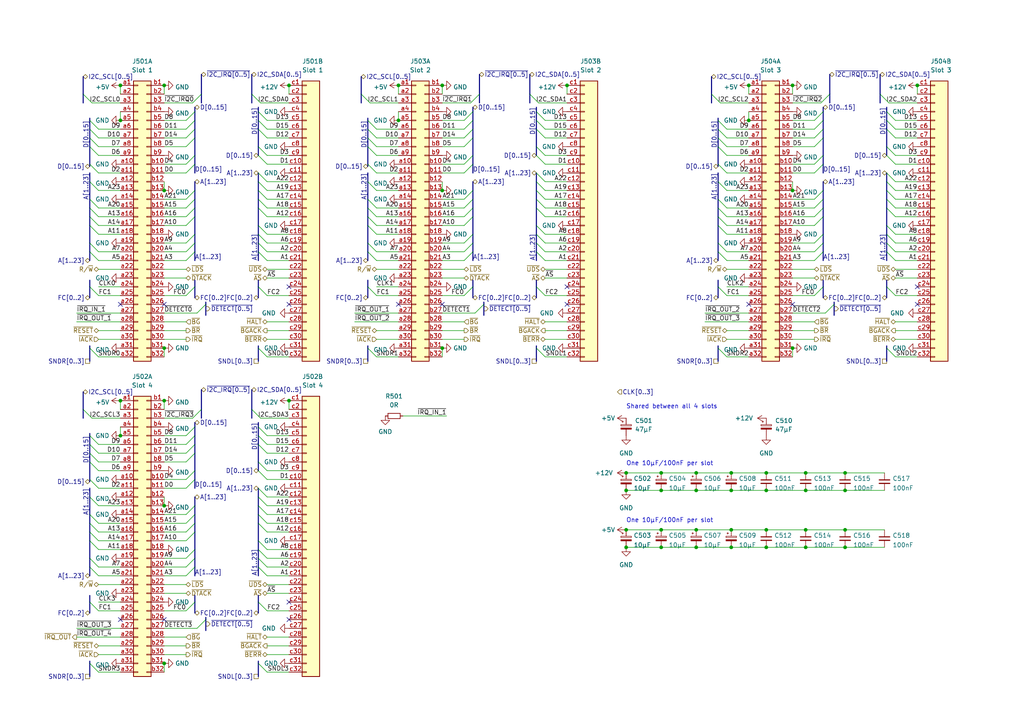
<source format=kicad_sch>
(kicad_sch (version 20211123) (generator eeschema)
  (paper "A4")
  (title_block (title "Backplane") (date "2022-03-01") (rev "2") (company "Tristan Seifert"))
  (junction (at 181.61 137.16))
  (junction (at 34.925 116.205))
  (junction (at 217.17 24.765))
  (junction (at 201.93 158.75))
  (junction (at 229.87 100.965))
  (junction (at 128.27 100.965))
  (junction (at 83.82 116.205))
  (junction (at 47.625 55.245))
  (junction (at 34.925 34.925))
  (junction (at 34.925 126.365))
  (junction (at 266.065 24.765))
  (junction (at 245.11 153.67))
  (junction (at 245.11 158.75))
  (junction (at 201.93 153.67))
  (junction (at 222.25 137.16))
  (junction (at 83.82 24.765))
  (junction (at 222.25 142.24))
  (junction (at 201.93 137.16))
  (junction (at 222.25 153.67))
  (junction (at 245.11 142.24))
  (junction (at 229.87 24.765))
  (junction (at 128.27 55.245))
  (junction (at 229.87 55.245))
  (junction (at 245.11 137.16))
  (junction (at 181.61 158.75))
  (junction (at 181.61 153.67))
  (junction (at 233.68 137.16))
  (junction (at 212.09 158.75))
  (junction (at 201.93 142.24))
  (junction (at 191.77 137.16))
  (junction (at 47.625 24.765))
  (junction (at 212.09 137.16))
  (junction (at 47.625 146.685))
  (junction (at 212.09 142.24))
  (junction (at 47.625 116.205))
  (junction (at 191.77 142.24))
  (junction (at 191.77 153.67))
  (junction (at 191.77 158.75))
  (junction (at 212.09 153.67))
  (junction (at 233.68 153.67))
  (junction (at 128.27 24.765))
  (junction (at 217.17 34.925))
  (junction (at 181.61 142.24))
  (junction (at 47.625 100.965))
  (junction (at 115.57 34.925))
  (junction (at 47.625 192.405))
  (junction (at 233.68 142.24))
  (junction (at 233.68 158.75))
  (junction (at 115.57 24.765))
  (junction (at 34.925 24.765))
  (junction (at 222.25 158.75))
  (junction (at 164.465 24.765))
  (no_connect (at 266.065 83.185))
  (no_connect (at 115.57 88.265))
  (no_connect (at 34.925 179.705))
  (no_connect (at 83.82 174.625))
  (no_connect (at 266.065 88.265))
  (no_connect (at 47.625 88.265))
  (no_connect (at 164.465 88.265))
  (no_connect (at 128.27 88.265))
  (no_connect (at 83.82 83.185))
  (no_connect (at 229.87 88.265))
  (no_connect (at 83.82 88.265))
  (no_connect (at 164.465 83.185))
  (no_connect (at 217.17 88.265))
  (no_connect (at 34.925 88.265))
  (no_connect (at 83.82 179.705))
  (no_connect (at 47.625 179.705))
  (bus_entry (at 74.93 55.245) (size 2.54 2.54))
  (bus_entry (at 53.975 141.605) (size 2.54 -2.54))
  (bus_entry (at 238.76 83.185) (size -2.54 2.54))
  (bus_entry (at 106.68 62.865) (size 2.54 2.54))
  (bus_entry (at 236.22 60.325) (size 2.54 -2.54))
  (bus_entry (at 255.27 27.305) (size 2.54 2.54))
  (bus_entry (at 26.035 174.625) (size 2.54 2.54))
  (bus_entry (at 74.93 65.405) (size 2.54 2.54))
  (bus_entry (at 208.28 57.785) (size 2.54 2.54))
  (bus_entry (at 26.035 42.545) (size 2.54 2.54))
  (bus_entry (at 53.975 151.765) (size 2.54 -2.54))
  (bus_entry (at 257.175 70.485) (size 2.54 2.54))
  (bus_entry (at 53.975 161.925) (size 2.54 -2.54))
  (bus_entry (at 137.16 83.185) (size -2.54 2.54))
  (bus_entry (at 53.975 149.225) (size 2.54 -2.54))
  (bus_entry (at 59.69 88.265) (size -2.54 2.54))
  (bus_entry (at 208.28 83.185) (size 2.54 2.54))
  (bus_entry (at 74.93 37.465) (size 2.54 2.54))
  (bus_entry (at 74.93 60.325) (size 2.54 2.54))
  (bus_entry (at 257.175 83.185) (size 2.54 2.54))
  (bus_entry (at 134.62 62.865) (size 2.54 -2.54))
  (bus_entry (at 106.68 60.325) (size 2.54 2.54))
  (bus_entry (at 106.68 42.545) (size 2.54 2.54))
  (bus_entry (at 257.175 65.405) (size 2.54 2.54))
  (bus_entry (at 106.68 40.005) (size 2.54 2.54))
  (bus_entry (at 208.28 70.485) (size 2.54 2.54))
  (bus_entry (at 74.93 161.925) (size 2.54 2.54))
  (bus_entry (at 53.975 62.865) (size 2.54 -2.54))
  (bus_entry (at 26.035 161.925) (size 2.54 2.54))
  (bus_entry (at 106.68 65.405) (size 2.54 2.54))
  (bus_entry (at 257.175 52.705) (size 2.54 2.54))
  (bus_entry (at 74.93 151.765) (size 2.54 2.54))
  (bus_entry (at 134.62 40.005) (size 2.54 -2.54))
  (bus_entry (at 74.93 192.405) (size 2.54 2.54))
  (bus_entry (at 26.035 40.005) (size 2.54 2.54))
  (bus_entry (at 74.93 67.945) (size 2.54 2.54))
  (bus_entry (at 26.035 192.405) (size 2.54 2.54))
  (bus_entry (at 24.13 27.305) (size 2.54 2.54))
  (bus_entry (at 155.575 65.405) (size 2.54 2.54))
  (bus_entry (at 53.975 50.165) (size 2.54 -2.54))
  (bus_entry (at 208.28 52.705) (size 2.54 2.54))
  (bus_entry (at 240.665 27.305) (size -2.54 2.54))
  (bus_entry (at 74.93 146.685) (size 2.54 2.54))
  (bus_entry (at 208.28 40.005) (size 2.54 2.54))
  (bus_entry (at 208.28 62.865) (size 2.54 2.54))
  (bus_entry (at 26.035 60.325) (size 2.54 2.54))
  (bus_entry (at 73.025 118.745) (size 2.54 2.54))
  (bus_entry (at 134.62 42.545) (size 2.54 -2.54))
  (bus_entry (at 74.93 156.845) (size 2.54 2.54))
  (bus_entry (at 74.93 144.145) (size 2.54 2.54))
  (bus_entry (at 134.62 37.465) (size 2.54 -2.54))
  (bus_entry (at 134.62 50.165) (size 2.54 -2.54))
  (bus_entry (at 74.93 164.465) (size 2.54 2.54))
  (bus_entry (at 236.22 34.925) (size 2.54 -2.54))
  (bus_entry (at 53.975 133.985) (size 2.54 -2.54))
  (bus_entry (at 106.68 57.785) (size 2.54 2.54))
  (bus_entry (at 236.22 57.785) (size 2.54 -2.54))
  (bus_entry (at 53.975 42.545) (size 2.54 -2.54))
  (bus_entry (at 106.68 70.485) (size 2.54 2.54))
  (bus_entry (at 74.93 42.545) (size 2.54 2.54))
  (bus_entry (at 257.175 34.925) (size 2.54 2.54))
  (bus_entry (at 56.515 83.185) (size -2.54 2.54))
  (bus_entry (at 74.93 50.165) (size 2.54 2.54))
  (bus_entry (at 53.975 65.405) (size 2.54 -2.54))
  (bus_entry (at 208.28 60.325) (size 2.54 2.54))
  (bus_entry (at 155.575 34.925) (size 2.54 2.54))
  (bus_entry (at 134.62 60.325) (size 2.54 -2.54))
  (bus_entry (at 106.68 100.965) (size 2.54 2.54))
  (bus_entry (at 257.175 55.245) (size 2.54 2.54))
  (bus_entry (at 26.035 126.365) (size 2.54 2.54))
  (bus_entry (at 257.175 50.165) (size 2.54 2.54))
  (bus_entry (at 26.035 156.845) (size 2.54 2.54))
  (bus_entry (at 106.68 37.465) (size 2.54 2.54))
  (bus_entry (at 208.28 73.025) (size 2.54 2.54))
  (bus_entry (at 74.93 70.485) (size 2.54 2.54))
  (bus_entry (at 26.035 52.705) (size 2.54 2.54))
  (bus_entry (at 58.42 27.305) (size -2.54 2.54))
  (bus_entry (at 53.975 154.305) (size 2.54 -2.54))
  (bus_entry (at 106.68 83.185) (size 2.54 2.54))
  (bus_entry (at 26.035 70.485) (size 2.54 2.54))
  (bus_entry (at 140.335 88.265) (size -2.54 2.54))
  (bus_entry (at 74.93 83.185) (size 2.54 2.54))
  (bus_entry (at 155.575 100.965) (size 2.54 2.54))
  (bus_entry (at 134.62 57.785) (size 2.54 -2.54))
  (bus_entry (at 74.93 133.985) (size 2.54 2.54))
  (bus_entry (at 134.62 70.485) (size 2.54 -2.54))
  (bus_entry (at 257.175 37.465) (size 2.54 2.54))
  (bus_entry (at 134.62 34.925) (size 2.54 -2.54))
  (bus_entry (at 26.035 34.925) (size 2.54 2.54))
  (bus_entry (at 26.035 151.765) (size 2.54 2.54))
  (bus_entry (at 53.975 164.465) (size 2.54 -2.54))
  (bus_entry (at 236.22 62.865) (size 2.54 -2.54))
  (bus_entry (at 74.93 34.925) (size 2.54 2.54))
  (bus_entry (at 53.975 156.845) (size 2.54 -2.54))
  (bus_entry (at 257.175 45.085) (size 2.54 2.54))
  (bus_entry (at 26.035 164.465) (size 2.54 2.54))
  (bus_entry (at 236.22 47.625) (size 2.54 -2.54))
  (bus_entry (at 236.22 40.005) (size 2.54 -2.54))
  (bus_entry (at 26.035 73.025) (size 2.54 2.54))
  (bus_entry (at 24.13 118.745) (size 2.54 2.54))
  (bus_entry (at 74.93 32.385) (size 2.54 2.54))
  (bus_entry (at 257.175 60.325) (size 2.54 2.54))
  (bus_entry (at 257.175 73.025) (size 2.54 2.54))
  (bus_entry (at 208.28 100.965) (size 2.54 2.54))
  (bus_entry (at 58.42 118.745) (size -2.54 2.54))
  (bus_entry (at 155.575 42.545) (size 2.54 2.54))
  (bus_entry (at 106.68 34.925) (size 2.54 2.54))
  (bus_entry (at 26.035 149.225) (size 2.54 2.54))
  (bus_entry (at 155.575 45.085) (size 2.54 2.54))
  (bus_entry (at 26.035 131.445) (size 2.54 2.54))
  (bus_entry (at 26.035 154.305) (size 2.54 2.54))
  (bus_entry (at 53.975 40.005) (size 2.54 -2.54))
  (bus_entry (at 74.93 123.825) (size 2.54 2.54))
  (bus_entry (at 53.975 37.465) (size 2.54 -2.54))
  (bus_entry (at 74.93 57.785) (size 2.54 2.54))
  (bus_entry (at 73.025 27.305) (size 2.54 2.54))
  (bus_entry (at 74.93 149.225) (size 2.54 2.54))
  (bus_entry (at 26.035 57.785) (size 2.54 2.54))
  (bus_entry (at 236.22 37.465) (size 2.54 -2.54))
  (bus_entry (at 53.975 57.785) (size 2.54 -2.54))
  (bus_entry (at 155.575 70.485) (size 2.54 2.54))
  (bus_entry (at 134.62 47.625) (size 2.54 -2.54))
  (bus_entry (at 53.975 131.445) (size 2.54 -2.54))
  (bus_entry (at 155.575 73.025) (size 2.54 2.54))
  (bus_entry (at 155.575 52.705) (size 2.54 2.54))
  (bus_entry (at 53.975 75.565) (size 2.54 -2.54))
  (bus_entry (at 257.175 100.965) (size 2.54 2.54))
  (bus_entry (at 236.22 75.565) (size 2.54 -2.54))
  (bus_entry (at 104.775 27.305) (size 2.54 2.54))
  (bus_entry (at 257.175 42.545) (size 2.54 2.54))
  (bus_entry (at 26.035 62.865) (size 2.54 2.54))
  (bus_entry (at 53.975 126.365) (size 2.54 -2.54))
  (bus_entry (at 155.575 32.385) (size 2.54 2.54))
  (bus_entry (at 134.62 73.025) (size 2.54 -2.54))
  (bus_entry (at 106.68 47.625) (size 2.54 2.54))
  (bus_entry (at 206.375 27.305) (size 2.54 2.54))
  (bus_entry (at 74.93 100.965) (size 2.54 2.54))
  (bus_entry (at 26.035 83.185) (size 2.54 2.54))
  (bus_entry (at 74.93 73.025) (size 2.54 2.54))
  (bus_entry (at 208.28 65.405) (size 2.54 2.54))
  (bus_entry (at 134.62 75.565) (size 2.54 -2.54))
  (bus_entry (at 26.035 128.905) (size 2.54 2.54))
  (bus_entry (at 257.175 67.945) (size 2.54 2.54))
  (bus_entry (at 74.93 141.605) (size 2.54 2.54))
  (bus_entry (at 26.035 139.065) (size 2.54 2.54))
  (bus_entry (at 74.93 136.525) (size 2.54 2.54))
  (bus_entry (at 53.975 60.325) (size 2.54 -2.54))
  (bus_entry (at 106.68 73.025) (size 2.54 2.54))
  (bus_entry (at 53.975 128.905) (size 2.54 -2.54))
  (bus_entry (at 257.175 57.785) (size 2.54 2.54))
  (bus_entry (at 106.68 52.705) (size 2.54 2.54))
  (bus_entry (at 155.575 37.465) (size 2.54 2.54))
  (bus_entry (at 74.93 126.365) (size 2.54 2.54))
  (bus_entry (at 74.93 174.625) (size 2.54 2.54))
  (bus_entry (at 155.575 57.785) (size 2.54 2.54))
  (bus_entry (at 74.93 128.905) (size 2.54 2.54))
  (bus_entry (at 155.575 55.245) (size 2.54 2.54))
  (bus_entry (at 26.035 37.465) (size 2.54 2.54))
  (bus_entry (at 53.975 73.025) (size 2.54 -2.54))
  (bus_entry (at 208.28 34.925) (size 2.54 2.54))
  (bus_entry (at 26.035 100.965) (size 2.54 2.54))
  (bus_entry (at 74.93 159.385) (size 2.54 2.54))
  (bus_entry (at 155.575 50.165) (size 2.54 2.54))
  (bus_entry (at 56.515 174.625) (size -2.54 2.54))
  (bus_entry (at 74.93 45.085) (size 2.54 2.54))
  (bus_entry (at 134.62 65.405) (size 2.54 -2.54))
  (bus_entry (at 53.975 47.625) (size 2.54 -2.54))
  (bus_entry (at 236.22 70.485) (size 2.54 -2.54))
  (bus_entry (at 26.035 133.985) (size 2.54 2.54))
  (bus_entry (at 26.035 65.405) (size 2.54 2.54))
  (bus_entry (at 26.035 47.625) (size 2.54 2.54))
  (bus_entry (at 257.175 32.385) (size 2.54 2.54))
  (bus_entry (at 155.575 67.945) (size 2.54 2.54))
  (bus_entry (at 53.975 167.005) (size 2.54 -2.54))
  (bus_entry (at 208.28 42.545) (size 2.54 2.54))
  (bus_entry (at 139.065 27.305) (size -2.54 2.54))
  (bus_entry (at 236.22 50.165) (size 2.54 -2.54))
  (bus_entry (at 208.28 37.465) (size 2.54 2.54))
  (bus_entry (at 241.935 88.265) (size -2.54 2.54))
  (bus_entry (at 208.28 47.625) (size 2.54 2.54))
  (bus_entry (at 53.975 70.485) (size 2.54 -2.54))
  (bus_entry (at 59.69 179.705) (size -2.54 2.54))
  (bus_entry (at 53.975 34.925) (size 2.54 -2.54))
  (bus_entry (at 26.035 144.145) (size 2.54 2.54))
  (bus_entry (at 155.575 60.325) (size 2.54 2.54))
  (bus_entry (at 153.67 27.305) (size 2.54 2.54))
  (bus_entry (at 236.22 73.025) (size 2.54 -2.54))
  (bus_entry (at 236.22 42.545) (size 2.54 -2.54))
  (bus_entry (at 74.93 52.705) (size 2.54 2.54))
  (bus_entry (at 155.575 83.185) (size 2.54 2.54))
  (bus_entry (at 236.22 65.405) (size 2.54 -2.54))
  (bus_entry (at 53.975 139.065) (size 2.54 -2.54))
  (wire (pts (xy 47.625 37.465) (xy 53.975 37.465)))
  (bus (pts (xy 257.175 42.545) (xy 257.175 45.085)))
  (wire (pts (xy 47.625 70.485) (xy 53.975 70.485)))
  (wire (pts (xy 210.82 67.945) (xy 217.17 67.945)))
  (bus (pts (xy 26.035 151.765) (xy 26.035 154.305)))
  (wire (pts (xy 158.115 95.885) (xy 164.465 95.885)))
  (bus (pts (xy 155.575 55.245) (xy 155.575 57.785)))
  (wire (pts (xy 47.625 47.625) (xy 53.975 47.625)))
  (bus (pts (xy 241.935 87.63) (xy 241.935 88.265)))
  (wire (pts (xy 57.15 90.805) (xy 47.625 90.805)))
  (bus (pts (xy 104.775 27.305) (xy 104.775 29.845)))
  (wire (pts (xy 158.115 73.025) (xy 164.465 73.025)))
  (bus (pts (xy 74.93 81.28) (xy 74.93 83.185)))
  (wire (pts (xy 128.27 42.545) (xy 134.62 42.545)))
  (bus (pts (xy 26.035 172.72) (xy 26.035 174.625)))
  (bus (pts (xy 56.515 83.185) (xy 56.515 86.36)))
  (bus (pts (xy 56.515 73.025) (xy 56.515 75.565)))
  (wire (pts (xy 229.87 57.785) (xy 236.22 57.785)))
  (wire (pts (xy 201.93 158.75) (xy 212.09 158.75)))
  (wire (pts (xy 217.17 24.765) (xy 217.17 27.305)))
  (wire (pts (xy 53.975 187.325) (xy 47.625 187.325)))
  (bus (pts (xy 26.035 50.165) (xy 26.035 52.705)))
  (bus (pts (xy 257.175 37.465) (xy 257.175 42.545)))
  (bus (pts (xy 26.035 100.965) (xy 26.035 104.775)))
  (bus (pts (xy 153.67 21.59) (xy 153.67 27.305)))
  (wire (pts (xy 158.115 55.245) (xy 164.465 55.245)))
  (wire (pts (xy 259.715 34.925) (xy 266.065 34.925)))
  (wire (pts (xy 47.625 29.845) (xy 55.88 29.845)))
  (bus (pts (xy 26.035 149.225) (xy 26.035 151.765)))
  (bus (pts (xy 56.515 47.625) (xy 56.515 50.165)))
  (bus (pts (xy 26.035 191.77) (xy 26.035 192.405)))
  (bus (pts (xy 238.76 70.485) (xy 238.76 73.025)))
  (wire (pts (xy 128.27 34.925) (xy 134.62 34.925)))
  (wire (pts (xy 47.625 42.545) (xy 53.975 42.545)))
  (bus (pts (xy 208.28 50.165) (xy 208.28 52.705)))
  (wire (pts (xy 34.925 95.885) (xy 28.575 95.885)))
  (bus (pts (xy 155.575 100.33) (xy 155.575 100.965)))
  (wire (pts (xy 158.115 75.565) (xy 164.465 75.565)))
  (bus (pts (xy 56.515 40.005) (xy 56.515 45.085)))
  (wire (pts (xy 83.82 184.785) (xy 77.47 184.785)))
  (wire (pts (xy 128.27 73.025) (xy 134.62 73.025)))
  (wire (pts (xy 222.25 153.67) (xy 233.68 153.67)))
  (wire (pts (xy 259.715 75.565) (xy 266.065 75.565)))
  (wire (pts (xy 77.47 169.545) (xy 83.82 169.545)))
  (wire (pts (xy 28.575 136.525) (xy 34.925 136.525)))
  (wire (pts (xy 34.925 116.205) (xy 34.925 118.745)))
  (wire (pts (xy 26.67 29.845) (xy 34.925 29.845)))
  (wire (pts (xy 158.115 80.645) (xy 164.465 80.645)))
  (wire (pts (xy 210.82 85.725) (xy 217.17 85.725)))
  (wire (pts (xy 109.22 98.425) (xy 115.57 98.425)))
  (bus (pts (xy 208.28 40.005) (xy 208.28 42.545)))
  (wire (pts (xy 28.575 75.565) (xy 34.925 75.565)))
  (wire (pts (xy 102.87 90.805) (xy 115.57 90.805)))
  (bus (pts (xy 137.16 57.785) (xy 137.16 60.325)))
  (wire (pts (xy 259.715 80.645) (xy 266.065 80.645)))
  (wire (pts (xy 158.115 85.725) (xy 164.465 85.725)))
  (wire (pts (xy 158.115 103.505) (xy 164.465 103.505)))
  (bus (pts (xy 74.93 172.72) (xy 74.93 174.625)))
  (bus (pts (xy 238.76 73.025) (xy 238.76 75.565)))
  (wire (pts (xy 47.625 133.985) (xy 53.975 133.985)))
  (bus (pts (xy 58.42 27.305) (xy 58.42 29.845)))
  (bus (pts (xy 238.76 47.625) (xy 238.76 50.165)))
  (bus (pts (xy 26.035 70.485) (xy 26.035 73.025)))
  (wire (pts (xy 47.625 60.325) (xy 53.975 60.325)))
  (wire (pts (xy 210.82 42.545) (xy 217.17 42.545)))
  (wire (pts (xy 236.22 78.105) (xy 229.87 78.105)))
  (bus (pts (xy 257.175 50.165) (xy 257.175 52.705)))
  (wire (pts (xy 83.82 98.425) (xy 77.47 98.425)))
  (wire (pts (xy 77.47 95.885) (xy 83.82 95.885)))
  (wire (pts (xy 222.25 142.24) (xy 233.68 142.24)))
  (wire (pts (xy 229.87 70.485) (xy 236.22 70.485)))
  (bus (pts (xy 208.28 37.465) (xy 208.28 40.005)))
  (wire (pts (xy 115.57 32.385) (xy 115.57 34.925)))
  (wire (pts (xy 47.625 151.765) (xy 53.975 151.765)))
  (wire (pts (xy 128.27 70.485) (xy 134.62 70.485)))
  (bus (pts (xy 74.93 191.77) (xy 74.93 192.405)))
  (wire (pts (xy 47.625 121.285) (xy 55.88 121.285)))
  (wire (pts (xy 109.22 75.565) (xy 115.57 75.565)))
  (wire (pts (xy 47.625 131.445) (xy 53.975 131.445)))
  (bus (pts (xy 137.16 60.325) (xy 137.16 62.865)))
  (bus (pts (xy 257.175 57.785) (xy 257.175 60.325)))
  (bus (pts (xy 56.515 149.225) (xy 56.515 151.765)))
  (wire (pts (xy 229.87 40.005) (xy 236.22 40.005)))
  (wire (pts (xy 128.27 24.765) (xy 128.27 27.305)))
  (bus (pts (xy 106.68 47.625) (xy 106.68 48.26)))
  (bus (pts (xy 56.515 159.385) (xy 56.515 161.925)))
  (bus (pts (xy 238.76 45.085) (xy 238.76 47.625)))
  (wire (pts (xy 22.225 182.245) (xy 34.925 182.245)))
  (bus (pts (xy 257.175 60.325) (xy 257.175 65.405)))
  (wire (pts (xy 210.82 50.165) (xy 217.17 50.165)))
  (wire (pts (xy 158.115 45.085) (xy 164.465 45.085)))
  (bus (pts (xy 56.515 31.115) (xy 56.515 32.385)))
  (wire (pts (xy 28.575 60.325) (xy 34.925 60.325)))
  (bus (pts (xy 56.515 161.925) (xy 56.515 164.465)))
  (bus (pts (xy 74.93 55.245) (xy 74.93 57.785)))
  (bus (pts (xy 106.68 81.28) (xy 106.68 83.185)))
  (bus (pts (xy 208.28 34.925) (xy 208.28 37.465)))
  (wire (pts (xy 77.47 75.565) (xy 83.82 75.565)))
  (wire (pts (xy 128.27 40.005) (xy 134.62 40.005)))
  (bus (pts (xy 106.68 34.925) (xy 106.68 37.465)))
  (wire (pts (xy 77.47 159.385) (xy 83.82 159.385)))
  (bus (pts (xy 26.035 100.33) (xy 26.035 100.965)))
  (wire (pts (xy 158.115 34.925) (xy 164.465 34.925)))
  (wire (pts (xy 77.47 154.305) (xy 83.82 154.305)))
  (wire (pts (xy 128.27 57.785) (xy 134.62 57.785)))
  (bus (pts (xy 137.16 45.085) (xy 137.16 47.625)))
  (bus (pts (xy 74.93 174.625) (xy 74.93 177.8)))
  (bus (pts (xy 74.93 159.385) (xy 74.93 161.925)))
  (wire (pts (xy 109.22 62.865) (xy 115.57 62.865)))
  (bus (pts (xy 106.68 52.705) (xy 106.68 57.785)))
  (wire (pts (xy 212.09 142.24) (xy 222.25 142.24)))
  (bus (pts (xy 26.035 126.365) (xy 26.035 128.905)))
  (wire (pts (xy 77.47 47.625) (xy 83.82 47.625)))
  (wire (pts (xy 77.47 52.705) (xy 83.82 52.705)))
  (bus (pts (xy 238.76 60.325) (xy 238.76 62.865)))
  (wire (pts (xy 47.625 65.405) (xy 53.975 65.405)))
  (bus (pts (xy 106.68 70.485) (xy 106.68 73.025)))
  (bus (pts (xy 155.575 57.785) (xy 155.575 60.325)))
  (bus (pts (xy 257.175 52.705) (xy 257.175 55.245)))
  (bus (pts (xy 74.93 133.985) (xy 74.93 136.525)))
  (wire (pts (xy 158.115 67.945) (xy 164.465 67.945)))
  (bus (pts (xy 106.68 57.785) (xy 106.68 60.325)))
  (bus (pts (xy 137.16 62.865) (xy 137.16 67.945)))
  (wire (pts (xy 210.82 98.425) (xy 217.17 98.425)))
  (wire (pts (xy 128.27 75.565) (xy 134.62 75.565)))
  (bus (pts (xy 74.93 42.545) (xy 74.93 45.085)))
  (wire (pts (xy 107.315 29.845) (xy 115.57 29.845)))
  (bus (pts (xy 56.515 174.625) (xy 56.515 177.8)))
  (wire (pts (xy 217.17 32.385) (xy 217.17 34.925)))
  (wire (pts (xy 222.25 158.75) (xy 233.68 158.75)))
  (wire (pts (xy 47.625 144.145) (xy 47.625 146.685)))
  (wire (pts (xy 236.22 80.645) (xy 229.87 80.645)))
  (wire (pts (xy 201.93 142.24) (xy 212.09 142.24)))
  (bus (pts (xy 137.16 34.925) (xy 137.16 37.465)))
  (bus (pts (xy 257.175 34.925) (xy 257.175 37.465)))
  (wire (pts (xy 259.715 60.325) (xy 266.065 60.325)))
  (bus (pts (xy 74.93 100.33) (xy 74.93 100.965)))
  (bus (pts (xy 238.76 81.28) (xy 238.76 83.185)))
  (wire (pts (xy 229.87 50.165) (xy 236.22 50.165)))
  (bus (pts (xy 24.13 118.745) (xy 24.13 121.285)))
  (wire (pts (xy 158.115 62.865) (xy 164.465 62.865)))
  (wire (pts (xy 77.47 57.785) (xy 83.82 57.785)))
  (wire (pts (xy 229.87 85.725) (xy 236.22 85.725)))
  (wire (pts (xy 201.93 137.16) (xy 212.09 137.16)))
  (wire (pts (xy 47.625 34.925) (xy 53.975 34.925)))
  (bus (pts (xy 106.68 100.33) (xy 106.68 100.965)))
  (wire (pts (xy 208.915 29.845) (xy 217.17 29.845)))
  (bus (pts (xy 74.93 34.925) (xy 74.93 37.465)))
  (wire (pts (xy 109.22 50.165) (xy 115.57 50.165)))
  (wire (pts (xy 47.625 50.165) (xy 53.975 50.165)))
  (wire (pts (xy 28.575 194.945) (xy 34.925 194.945)))
  (wire (pts (xy 75.565 121.285) (xy 83.82 121.285)))
  (wire (pts (xy 53.975 95.885) (xy 47.625 95.885)))
  (wire (pts (xy 259.715 52.705) (xy 266.065 52.705)))
  (wire (pts (xy 210.82 73.025) (xy 217.17 73.025)))
  (wire (pts (xy 210.82 65.405) (xy 217.17 65.405)))
  (bus (pts (xy 59.69 87.63) (xy 59.69 88.265)))
  (wire (pts (xy 47.625 52.705) (xy 47.625 55.245)))
  (wire (pts (xy 47.625 156.845) (xy 53.975 156.845)))
  (bus (pts (xy 56.515 62.865) (xy 56.515 67.945)))
  (wire (pts (xy 47.625 73.025) (xy 53.975 73.025)))
  (wire (pts (xy 28.575 174.625) (xy 34.925 174.625)))
  (bus (pts (xy 106.68 42.545) (xy 106.68 47.625)))
  (wire (pts (xy 109.22 103.505) (xy 115.57 103.505)))
  (bus (pts (xy 56.515 81.28) (xy 56.515 83.185)))
  (bus (pts (xy 238.76 34.925) (xy 238.76 37.465)))
  (wire (pts (xy 109.22 78.105) (xy 115.57 78.105)))
  (wire (pts (xy 115.57 95.885) (xy 109.22 95.885)))
  (bus (pts (xy 26.035 65.405) (xy 26.035 70.485)))
  (wire (pts (xy 210.82 62.865) (xy 217.17 62.865)))
  (wire (pts (xy 128.27 50.165) (xy 134.62 50.165)))
  (wire (pts (xy 28.575 103.505) (xy 34.925 103.505)))
  (wire (pts (xy 77.47 149.225) (xy 83.82 149.225)))
  (bus (pts (xy 106.68 62.865) (xy 106.68 65.405)))
  (bus (pts (xy 58.42 118.745) (xy 58.42 121.285)))
  (wire (pts (xy 259.715 62.865) (xy 266.065 62.865)))
  (wire (pts (xy 109.22 67.945) (xy 115.57 67.945)))
  (bus (pts (xy 155.575 52.705) (xy 155.575 55.245)))
  (wire (pts (xy 77.47 194.945) (xy 83.82 194.945)))
  (wire (pts (xy 47.625 164.465) (xy 53.975 164.465)))
  (bus (pts (xy 208.28 83.185) (xy 208.28 86.36)))
  (wire (pts (xy 210.82 45.085) (xy 217.17 45.085)))
  (wire (pts (xy 47.625 139.065) (xy 53.975 139.065)))
  (bus (pts (xy 238.76 62.865) (xy 238.76 67.945)))
  (bus (pts (xy 73.025 118.745) (xy 73.025 121.285)))
  (wire (pts (xy 257.81 29.845) (xy 266.065 29.845)))
  (wire (pts (xy 47.625 161.925) (xy 53.975 161.925)))
  (bus (pts (xy 74.93 31.115) (xy 74.93 32.385)))
  (wire (pts (xy 266.065 24.765) (xy 266.065 27.305)))
  (wire (pts (xy 115.57 24.765) (xy 115.57 27.305)))
  (wire (pts (xy 47.625 24.765) (xy 47.625 27.305)))
  (wire (pts (xy 77.47 37.465) (xy 83.82 37.465)))
  (wire (pts (xy 210.82 37.465) (xy 217.17 37.465)))
  (wire (pts (xy 158.115 78.105) (xy 164.465 78.105)))
  (bus (pts (xy 240.665 27.305) (xy 240.665 29.845)))
  (wire (pts (xy 47.625 126.365) (xy 53.975 126.365)))
  (bus (pts (xy 137.16 40.005) (xy 137.16 45.085)))
  (bus (pts (xy 208.28 100.965) (xy 208.28 104.775)))
  (wire (pts (xy 26.67 121.285) (xy 34.925 121.285)))
  (wire (pts (xy 128.27 93.345) (xy 134.62 93.345)))
  (wire (pts (xy 259.715 47.625) (xy 266.065 47.625)))
  (wire (pts (xy 259.715 78.105) (xy 266.065 78.105)))
  (bus (pts (xy 59.69 88.265) (xy 59.69 91.44)))
  (wire (pts (xy 83.82 93.345) (xy 77.47 93.345)))
  (bus (pts (xy 56.515 60.325) (xy 56.515 62.865)))
  (bus (pts (xy 208.28 60.325) (xy 208.28 62.865)))
  (bus (pts (xy 74.93 52.705) (xy 74.93 55.245)))
  (bus (pts (xy 238.76 31.115) (xy 238.76 32.385)))
  (wire (pts (xy 236.22 95.885) (xy 229.87 95.885)))
  (wire (pts (xy 47.625 192.405) (xy 47.625 194.945)))
  (bus (pts (xy 106.68 60.325) (xy 106.68 62.865)))
  (wire (pts (xy 158.115 60.325) (xy 164.465 60.325)))
  (wire (pts (xy 77.47 103.505) (xy 83.82 103.505)))
  (bus (pts (xy 26.035 161.925) (xy 26.035 164.465)))
  (bus (pts (xy 26.035 141.605) (xy 26.035 144.145)))
  (wire (pts (xy 158.115 37.465) (xy 164.465 37.465)))
  (wire (pts (xy 134.62 98.425) (xy 128.27 98.425)))
  (wire (pts (xy 204.47 93.345) (xy 217.17 93.345)))
  (wire (pts (xy 77.47 144.145) (xy 83.82 144.145)))
  (bus (pts (xy 74.93 83.185) (xy 74.93 86.36)))
  (bus (pts (xy 26.035 57.785) (xy 26.035 60.325)))
  (bus (pts (xy 56.515 32.385) (xy 56.515 34.925)))
  (wire (pts (xy 181.61 158.75) (xy 191.77 158.75)))
  (wire (pts (xy 77.47 139.065) (xy 83.82 139.065)))
  (bus (pts (xy 24.13 113.665) (xy 24.13 118.745)))
  (wire (pts (xy 128.27 29.845) (xy 136.525 29.845)))
  (bus (pts (xy 56.515 45.085) (xy 56.515 47.625)))
  (bus (pts (xy 74.93 161.925) (xy 74.93 164.465)))
  (bus (pts (xy 155.575 100.965) (xy 155.575 104.775)))
  (bus (pts (xy 56.515 154.305) (xy 56.515 159.385)))
  (wire (pts (xy 28.575 83.185) (xy 34.925 83.185)))
  (wire (pts (xy 210.82 83.185) (xy 217.17 83.185)))
  (wire (pts (xy 34.925 32.385) (xy 34.925 34.925)))
  (bus (pts (xy 26.035 164.465) (xy 26.035 167.005)))
  (bus (pts (xy 26.035 144.145) (xy 26.035 149.225)))
  (bus (pts (xy 26.035 34.29) (xy 26.035 34.925)))
  (wire (pts (xy 229.87 75.565) (xy 236.22 75.565)))
  (bus (pts (xy 257.175 31.115) (xy 257.175 32.385)))
  (bus (pts (xy 238.76 83.185) (xy 238.76 86.36)))
  (bus (pts (xy 56.515 136.525) (xy 56.515 139.065)))
  (wire (pts (xy 83.82 189.865) (xy 77.47 189.865)))
  (wire (pts (xy 229.87 29.845) (xy 238.125 29.845)))
  (bus (pts (xy 257.175 70.485) (xy 257.175 73.025)))
  (bus (pts (xy 137.16 47.625) (xy 137.16 50.165)))
  (wire (pts (xy 134.62 80.645) (xy 128.27 80.645)))
  (bus (pts (xy 59.69 179.705) (xy 59.69 182.88)))
  (bus (pts (xy 137.16 81.28) (xy 137.16 83.185)))
  (wire (pts (xy 83.82 24.765) (xy 83.82 27.305)))
  (bus (pts (xy 208.28 57.785) (xy 208.28 60.325)))
  (wire (pts (xy 259.715 37.465) (xy 266.065 37.465)))
  (bus (pts (xy 140.335 87.63) (xy 140.335 88.265)))
  (bus (pts (xy 26.035 52.705) (xy 26.035 57.785)))
  (bus (pts (xy 26.035 174.625) (xy 26.035 177.8)))
  (bus (pts (xy 74.93 149.225) (xy 74.93 151.765)))
  (wire (pts (xy 191.77 153.67) (xy 201.93 153.67)))
  (wire (pts (xy 164.465 93.345) (xy 158.115 93.345)))
  (bus (pts (xy 56.515 126.365) (xy 56.515 128.905)))
  (wire (pts (xy 77.47 151.765) (xy 83.82 151.765)))
  (wire (pts (xy 239.395 90.805) (xy 229.87 90.805)))
  (wire (pts (xy 47.625 149.225) (xy 53.975 149.225)))
  (bus (pts (xy 26.035 73.025) (xy 26.035 75.565)))
  (wire (pts (xy 28.575 131.445) (xy 34.925 131.445)))
  (bus (pts (xy 238.76 37.465) (xy 238.76 40.005)))
  (bus (pts (xy 56.515 122.555) (xy 56.515 123.825)))
  (bus (pts (xy 155.575 65.405) (xy 155.575 67.945)))
  (wire (pts (xy 259.715 85.725) (xy 266.065 85.725)))
  (wire (pts (xy 22.225 93.345) (xy 34.925 93.345)))
  (bus (pts (xy 74.93 156.845) (xy 74.93 159.385)))
  (bus (pts (xy 240.665 21.59) (xy 240.665 27.305)))
  (wire (pts (xy 181.61 153.67) (xy 191.77 153.67)))
  (wire (pts (xy 233.68 142.24) (xy 245.11 142.24)))
  (wire (pts (xy 181.61 142.24) (xy 191.77 142.24)))
  (wire (pts (xy 158.115 52.705) (xy 164.465 52.705)))
  (bus (pts (xy 208.28 100.33) (xy 208.28 100.965)))
  (wire (pts (xy 47.625 85.725) (xy 53.975 85.725)))
  (bus (pts (xy 106.68 100.965) (xy 106.68 104.775)))
  (wire (pts (xy 109.22 85.725) (xy 115.57 85.725)))
  (wire (pts (xy 210.82 78.105) (xy 217.17 78.105)))
  (bus (pts (xy 58.42 113.03) (xy 58.42 118.745)))
  (bus (pts (xy 56.515 37.465) (xy 56.515 40.005)))
  (bus (pts (xy 74.93 144.145) (xy 74.93 146.685)))
  (bus (pts (xy 155.575 32.385) (xy 155.575 34.925)))
  (bus (pts (xy 208.28 73.025) (xy 208.28 75.565)))
  (bus (pts (xy 74.93 70.485) (xy 74.93 73.025)))
  (wire (pts (xy 109.22 55.245) (xy 115.57 55.245)))
  (bus (pts (xy 106.68 73.025) (xy 106.68 75.565)))
  (wire (pts (xy 109.22 40.005) (xy 115.57 40.005)))
  (wire (pts (xy 109.22 37.465) (xy 115.57 37.465)))
  (wire (pts (xy 47.625 177.165) (xy 53.975 177.165)))
  (bus (pts (xy 257.175 67.945) (xy 257.175 70.485)))
  (bus (pts (xy 106.68 40.005) (xy 106.68 42.545)))
  (wire (pts (xy 245.11 142.24) (xy 256.54 142.24)))
  (wire (pts (xy 229.87 52.705) (xy 229.87 55.245)))
  (wire (pts (xy 77.47 34.925) (xy 83.82 34.925)))
  (bus (pts (xy 257.175 100.33) (xy 257.175 100.965)))
  (wire (pts (xy 259.715 45.085) (xy 266.065 45.085)))
  (bus (pts (xy 26.035 192.405) (xy 26.035 196.215)))
  (wire (pts (xy 28.575 151.765) (xy 34.925 151.765)))
  (bus (pts (xy 74.93 100.965) (xy 74.93 104.775)))
  (wire (pts (xy 28.575 164.465) (xy 34.925 164.465)))
  (bus (pts (xy 137.16 32.385) (xy 137.16 34.925)))
  (bus (pts (xy 238.76 52.705) (xy 238.76 55.245)))
  (wire (pts (xy 229.87 65.405) (xy 236.22 65.405)))
  (wire (pts (xy 210.82 55.245) (xy 217.17 55.245)))
  (wire (pts (xy 77.47 70.485) (xy 83.82 70.485)))
  (wire (pts (xy 28.575 169.545) (xy 34.925 169.545)))
  (wire (pts (xy 164.465 24.765) (xy 164.465 27.305)))
  (wire (pts (xy 245.11 158.75) (xy 256.54 158.75)))
  (bus (pts (xy 137.16 83.185) (xy 137.16 86.36)))
  (wire (pts (xy 210.82 103.505) (xy 217.17 103.505)))
  (wire (pts (xy 77.47 62.865) (xy 83.82 62.865)))
  (wire (pts (xy 245.11 137.16) (xy 256.54 137.16)))
  (bus (pts (xy 208.28 81.28) (xy 208.28 83.185)))
  (bus (pts (xy 206.375 22.225) (xy 206.375 27.305)))
  (wire (pts (xy 191.77 158.75) (xy 201.93 158.75)))
  (wire (pts (xy 28.575 156.845) (xy 34.925 156.845)))
  (bus (pts (xy 56.515 52.705) (xy 56.515 55.245)))
  (wire (pts (xy 28.575 40.005) (xy 34.925 40.005)))
  (wire (pts (xy 47.625 154.305) (xy 53.975 154.305)))
  (wire (pts (xy 47.625 62.865) (xy 53.975 62.865)))
  (wire (pts (xy 181.61 137.16) (xy 191.77 137.16)))
  (wire (pts (xy 259.715 67.945) (xy 266.065 67.945)))
  (wire (pts (xy 28.575 167.005) (xy 34.925 167.005)))
  (wire (pts (xy 128.27 37.465) (xy 134.62 37.465)))
  (bus (pts (xy 56.515 172.72) (xy 56.515 174.625)))
  (wire (pts (xy 128.27 62.865) (xy 134.62 62.865)))
  (bus (pts (xy 26.035 83.185) (xy 26.035 86.36)))
  (wire (pts (xy 229.87 93.345) (xy 236.22 93.345)))
  (wire (pts (xy 28.575 42.545) (xy 34.925 42.545)))
  (bus (pts (xy 26.035 81.28) (xy 26.035 83.185)))
  (wire (pts (xy 259.715 55.245) (xy 266.065 55.245)))
  (bus (pts (xy 56.515 131.445) (xy 56.515 136.525)))
  (wire (pts (xy 53.975 189.865) (xy 47.625 189.865)))
  (bus (pts (xy 155.575 67.945) (xy 155.575 70.485)))
  (bus (pts (xy 106.68 83.185) (xy 106.68 86.36)))
  (bus (pts (xy 137.16 31.115) (xy 137.16 32.385)))
  (wire (pts (xy 233.68 158.75) (xy 245.11 158.75)))
  (wire (pts (xy 77.47 73.025) (xy 83.82 73.025)))
  (bus (pts (xy 104.775 22.225) (xy 104.775 27.305)))
  (bus (pts (xy 206.375 27.305) (xy 206.375 29.845)))
  (wire (pts (xy 47.625 128.905) (xy 53.975 128.905)))
  (wire (pts (xy 164.465 98.425) (xy 158.115 98.425)))
  (wire (pts (xy 77.47 126.365) (xy 83.82 126.365)))
  (bus (pts (xy 106.68 65.405) (xy 106.68 70.485)))
  (wire (pts (xy 77.47 167.005) (xy 83.82 167.005)))
  (bus (pts (xy 56.515 151.765) (xy 56.515 154.305)))
  (wire (pts (xy 28.575 189.865) (xy 34.925 189.865)))
  (wire (pts (xy 210.82 75.565) (xy 217.17 75.565)))
  (bus (pts (xy 208.28 65.405) (xy 208.28 70.485)))
  (wire (pts (xy 266.065 98.425) (xy 259.715 98.425)))
  (wire (pts (xy 77.47 172.085) (xy 83.82 172.085)))
  (bus (pts (xy 155.575 73.025) (xy 155.575 75.565)))
  (bus (pts (xy 208.28 34.29) (xy 208.28 34.925)))
  (wire (pts (xy 53.975 78.105) (xy 47.625 78.105)))
  (bus (pts (xy 139.065 27.305) (xy 139.065 29.845)))
  (bus (pts (xy 155.575 31.115) (xy 155.575 32.385)))
  (wire (pts (xy 77.47 78.105) (xy 83.82 78.105)))
  (wire (pts (xy 28.575 50.165) (xy 34.925 50.165)))
  (bus (pts (xy 238.76 67.945) (xy 238.76 70.485)))
  (wire (pts (xy 28.575 37.465) (xy 34.925 37.465)))
  (wire (pts (xy 128.27 100.965) (xy 128.27 103.505)))
  (wire (pts (xy 77.47 164.465) (xy 83.82 164.465)))
  (wire (pts (xy 212.09 137.16) (xy 222.25 137.16)))
  (wire (pts (xy 77.47 40.005) (xy 83.82 40.005)))
  (bus (pts (xy 26.035 47.625) (xy 26.035 48.26)))
  (bus (pts (xy 26.035 62.865) (xy 26.035 65.405)))
  (wire (pts (xy 28.575 85.725) (xy 34.925 85.725)))
  (wire (pts (xy 236.22 98.425) (xy 229.87 98.425)))
  (wire (pts (xy 222.25 137.16) (xy 233.68 137.16)))
  (bus (pts (xy 106.68 37.465) (xy 106.68 40.005)))
  (wire (pts (xy 47.625 93.345) (xy 53.975 93.345)))
  (bus (pts (xy 257.175 65.405) (xy 257.175 67.945)))
  (bus (pts (xy 155.575 34.925) (xy 155.575 37.465)))
  (wire (pts (xy 217.17 95.885) (xy 210.82 95.885)))
  (bus (pts (xy 56.515 123.825) (xy 56.515 126.365)))
  (wire (pts (xy 28.575 128.905) (xy 34.925 128.905)))
  (wire (pts (xy 229.87 37.465) (xy 236.22 37.465)))
  (bus (pts (xy 139.065 21.59) (xy 139.065 27.305)))
  (bus (pts (xy 74.93 37.465) (xy 74.93 42.545)))
  (bus (pts (xy 238.76 32.385) (xy 238.76 34.925)))
  (wire (pts (xy 191.77 137.16) (xy 201.93 137.16)))
  (bus (pts (xy 257.175 73.025) (xy 257.175 75.565)))
  (bus (pts (xy 74.93 73.025) (xy 74.93 75.565)))
  (wire (pts (xy 53.975 98.425) (xy 47.625 98.425)))
  (bus (pts (xy 56.515 70.485) (xy 56.515 73.025)))
  (bus (pts (xy 74.93 122.555) (xy 74.93 123.825)))
  (bus (pts (xy 74.93 123.825) (xy 74.93 126.365)))
  (bus (pts (xy 137.16 37.465) (xy 137.16 40.005)))
  (wire (pts (xy 109.22 42.545) (xy 115.57 42.545)))
  (bus (pts (xy 26.035 131.445) (xy 26.035 133.985)))
  (bus (pts (xy 74.93 65.405) (xy 74.93 67.945)))
  (wire (pts (xy 28.575 141.605) (xy 34.925 141.605)))
  (bus (pts (xy 74.93 32.385) (xy 74.93 34.925)))
  (wire (pts (xy 47.625 141.605) (xy 53.975 141.605)))
  (bus (pts (xy 257.175 83.185) (xy 257.175 86.36)))
  (bus (pts (xy 155.575 42.545) (xy 155.575 45.085)))
  (wire (pts (xy 28.575 177.165) (xy 34.925 177.165)))
  (wire (pts (xy 77.47 136.525) (xy 83.82 136.525)))
  (bus (pts (xy 257.175 81.28) (xy 257.175 83.185)))
  (bus (pts (xy 155.575 83.185) (xy 155.575 86.36)))
  (wire (pts (xy 34.925 187.325) (xy 28.575 187.325)))
  (bus (pts (xy 74.93 67.945) (xy 74.93 70.485)))
  (bus (pts (xy 208.28 70.485) (xy 208.28 73.025)))
  (wire (pts (xy 191.77 142.24) (xy 201.93 142.24)))
  (wire (pts (xy 245.11 153.67) (xy 256.54 153.67)))
  (wire (pts (xy 83.82 116.205) (xy 83.82 118.745)))
  (bus (pts (xy 106.68 34.29) (xy 106.68 34.925)))
  (wire (pts (xy 212.09 153.67) (xy 222.25 153.67)))
  (wire (pts (xy 259.715 95.885) (xy 266.065 95.885)))
  (wire (pts (xy 28.575 98.425) (xy 34.925 98.425)))
  (bus (pts (xy 137.16 67.945) (xy 137.16 70.485)))
  (wire (pts (xy 77.47 60.325) (xy 83.82 60.325)))
  (bus (pts (xy 56.515 139.065) (xy 56.515 141.605)))
  (bus (pts (xy 257.175 32.385) (xy 257.175 34.925)))
  (wire (pts (xy 229.87 42.545) (xy 236.22 42.545)))
  (bus (pts (xy 73.025 21.59) (xy 73.025 27.305)))
  (bus (pts (xy 58.42 21.59) (xy 58.42 27.305)))
  (bus (pts (xy 26.035 42.545) (xy 26.035 47.625)))
  (bus (pts (xy 208.28 47.625) (xy 208.28 48.26)))
  (bus (pts (xy 73.025 113.03) (xy 73.025 118.745)))
  (wire (pts (xy 259.715 70.485) (xy 266.065 70.485)))
  (wire (pts (xy 77.47 177.165) (xy 83.82 177.165)))
  (bus (pts (xy 238.76 55.245) (xy 238.76 57.785)))
  (wire (pts (xy 28.575 67.945) (xy 34.925 67.945)))
  (bus (pts (xy 26.035 156.845) (xy 26.035 161.925)))
  (bus (pts (xy 155.575 60.325) (xy 155.575 65.405)))
  (wire (pts (xy 28.575 62.865) (xy 34.925 62.865)))
  (wire (pts (xy 47.625 40.005) (xy 53.975 40.005)))
  (bus (pts (xy 208.28 62.865) (xy 208.28 65.405)))
  (bus (pts (xy 56.515 144.145) (xy 56.515 146.685)))
  (bus (pts (xy 56.515 67.945) (xy 56.515 70.485)))
  (wire (pts (xy 28.575 45.085) (xy 34.925 45.085)))
  (wire (pts (xy 210.82 40.005) (xy 217.17 40.005)))
  (wire (pts (xy 233.68 137.16) (xy 245.11 137.16)))
  (wire (pts (xy 77.47 45.085) (xy 83.82 45.085)))
  (wire (pts (xy 53.975 172.085) (xy 47.625 172.085)))
  (wire (pts (xy 28.575 154.305) (xy 34.925 154.305)))
  (wire (pts (xy 109.22 60.325) (xy 115.57 60.325)))
  (bus (pts (xy 26.035 34.925) (xy 26.035 37.465)))
  (bus (pts (xy 59.69 179.07) (xy 59.69 179.705)))
  (bus (pts (xy 155.575 37.465) (xy 155.575 42.545)))
  (wire (pts (xy 77.47 128.905) (xy 83.82 128.905)))
  (wire (pts (xy 47.625 57.785) (xy 53.975 57.785)))
  (wire (pts (xy 28.575 65.405) (xy 34.925 65.405)))
  (bus (pts (xy 26.035 37.465) (xy 26.035 40.005)))
  (wire (pts (xy 128.27 47.625) (xy 134.62 47.625)))
  (bus (pts (xy 155.575 81.28) (xy 155.575 83.185)))
  (wire (pts (xy 77.47 131.445) (xy 83.82 131.445)))
  (wire (pts (xy 266.065 93.345) (xy 259.715 93.345)))
  (bus (pts (xy 56.515 57.785) (xy 56.515 60.325)))
  (wire (pts (xy 109.22 45.085) (xy 115.57 45.085)))
  (wire (pts (xy 229.87 73.025) (xy 236.22 73.025)))
  (bus (pts (xy 56.515 164.465) (xy 56.515 167.005)))
  (wire (pts (xy 57.15 182.245) (xy 47.625 182.245)))
  (wire (pts (xy 156.21 29.845) (xy 164.465 29.845)))
  (bus (pts (xy 137.16 52.705) (xy 137.16 55.245)))
  (bus (pts (xy 26.035 139.065) (xy 26.035 139.7)))
  (wire (pts (xy 129.54 120.65) (xy 116.84 120.65)))
  (bus (pts (xy 208.28 52.705) (xy 208.28 57.785)))
  (bus (pts (xy 255.27 21.59) (xy 255.27 27.305)))
  (bus (pts (xy 74.93 146.685) (xy 74.93 149.225)))
  (wire (pts (xy 34.925 123.825) (xy 34.925 126.365)))
  (bus (pts (xy 74.93 192.405) (xy 74.93 196.215)))
  (wire (pts (xy 109.22 83.185) (xy 115.57 83.185)))
  (wire (pts (xy 210.82 60.325) (xy 217.17 60.325)))
  (bus (pts (xy 24.13 22.225) (xy 24.13 27.305)))
  (bus (pts (xy 56.515 146.685) (xy 56.515 149.225)))
  (wire (pts (xy 259.715 73.025) (xy 266.065 73.025)))
  (bus (pts (xy 257.175 100.965) (xy 257.175 104.775)))
  (wire (pts (xy 204.47 90.805) (xy 217.17 90.805)))
  (wire (pts (xy 47.625 75.565) (xy 53.975 75.565)))
  (bus (pts (xy 238.76 57.785) (xy 238.76 60.325)))
  (wire (pts (xy 47.625 100.965) (xy 47.625 103.505)))
  (wire (pts (xy 109.22 73.025) (xy 115.57 73.025)))
  (bus (pts (xy 56.515 55.245) (xy 56.515 57.785)))
  (bus (pts (xy 26.035 40.005) (xy 26.035 42.545)))
  (wire (pts (xy 77.47 187.325) (xy 83.82 187.325)))
  (wire (pts (xy 134.62 78.105) (xy 128.27 78.105)))
  (bus (pts (xy 74.93 57.785) (xy 74.93 60.325)))
  (wire (pts (xy 28.575 73.025) (xy 34.925 73.025)))
  (wire (pts (xy 47.625 167.005) (xy 53.975 167.005)))
  (wire (pts (xy 102.87 93.345) (xy 115.57 93.345)))
  (wire (pts (xy 28.575 55.245) (xy 34.925 55.245)))
  (bus (pts (xy 106.68 50.165) (xy 106.68 52.705)))
  (bus (pts (xy 137.16 73.025) (xy 137.16 75.565)))
  (bus (pts (xy 56.515 34.925) (xy 56.515 37.465)))
  (wire (pts (xy 259.715 57.785) (xy 266.065 57.785)))
  (wire (pts (xy 229.87 62.865) (xy 236.22 62.865)))
  (wire (pts (xy 128.27 85.725) (xy 134.62 85.725)))
  (bus (pts (xy 153.67 27.305) (xy 153.67 29.845)))
  (wire (pts (xy 77.47 55.245) (xy 83.82 55.245)))
  (bus (pts (xy 74.93 141.605) (xy 74.93 144.145)))
  (wire (pts (xy 22.225 184.785) (xy 34.925 184.785)))
  (wire (pts (xy 47.625 116.205) (xy 47.625 118.745)))
  (wire (pts (xy 77.47 161.925) (xy 83.82 161.925)))
  (wire (pts (xy 229.87 24.765) (xy 229.87 27.305)))
  (wire (pts (xy 109.22 65.405) (xy 115.57 65.405)))
  (bus (pts (xy 26.035 133.985) (xy 26.035 139.065)))
  (wire (pts (xy 229.87 34.925) (xy 236.22 34.925)))
  (bus (pts (xy 24.13 27.305) (xy 24.13 29.845)))
  (wire (pts (xy 77.47 67.945) (xy 83.82 67.945)))
  (bus (pts (xy 74.93 60.325) (xy 74.93 65.405)))
  (bus (pts (xy 26.035 154.305) (xy 26.035 156.845)))
  (wire (pts (xy 53.975 80.645) (xy 47.625 80.645)))
  (wire (pts (xy 47.625 184.785) (xy 53.975 184.785)))
  (bus (pts (xy 257.175 55.245) (xy 257.175 57.785)))
  (wire (pts (xy 229.87 60.325) (xy 236.22 60.325)))
  (wire (pts (xy 259.715 40.005) (xy 266.065 40.005)))
  (wire (pts (xy 77.47 146.685) (xy 83.82 146.685)))
  (bus (pts (xy 255.27 27.305) (xy 255.27 29.845)))
  (bus (pts (xy 74.93 128.905) (xy 74.93 133.985)))
  (wire (pts (xy 28.575 159.385) (xy 34.925 159.385)))
  (wire (pts (xy 75.565 29.845) (xy 83.82 29.845)))
  (wire (pts (xy 158.115 40.005) (xy 164.465 40.005)))
  (bus (pts (xy 74.93 50.165) (xy 74.93 52.705)))
  (wire (pts (xy 137.795 90.805) (xy 128.27 90.805)))
  (bus (pts (xy 74.93 151.765) (xy 74.93 156.845)))
  (wire (pts (xy 229.87 100.965) (xy 229.87 103.505)))
  (bus (pts (xy 155.575 70.485) (xy 155.575 73.025)))
  (wire (pts (xy 233.68 153.67) (xy 245.11 153.67)))
  (bus (pts (xy 241.935 88.265) (xy 241.935 91.44)))
  (bus (pts (xy 26.035 128.905) (xy 26.035 131.445)))
  (wire (pts (xy 28.575 146.685) (xy 34.925 146.685)))
  (bus (pts (xy 74.93 126.365) (xy 74.93 128.905)))
  (bus (pts (xy 238.76 40.005) (xy 238.76 45.085)))
  (wire (pts (xy 158.115 57.785) (xy 164.465 57.785)))
  (bus (pts (xy 137.16 55.245) (xy 137.16 57.785)))
  (bus (pts (xy 140.335 88.265) (xy 140.335 91.44)))
  (wire (pts (xy 28.575 133.985) (xy 34.925 133.985)))
  (bus (pts (xy 56.515 128.905) (xy 56.515 131.445)))
  (wire (pts (xy 134.62 95.885) (xy 128.27 95.885)))
  (wire (pts (xy 34.925 24.765) (xy 34.925 27.305)))
  (wire (pts (xy 22.225 90.805) (xy 34.925 90.805)))
  (bus (pts (xy 26.035 60.325) (xy 26.035 62.865)))
  (wire (pts (xy 128.27 65.405) (xy 134.62 65.405)))
  (wire (pts (xy 158.115 47.625) (xy 164.465 47.625)))
  (wire (pts (xy 128.27 52.705) (xy 128.27 55.245)))
  (wire (pts (xy 212.09 158.75) (xy 222.25 158.75)))
  (wire (pts (xy 128.27 60.325) (xy 134.62 60.325)))
  (wire (pts (xy 229.87 47.625) (xy 236.22 47.625)))
  (bus (pts (xy 74.93 164.465) (xy 74.93 167.005)))
  (bus (pts (xy 73.025 27.305) (xy 73.025 29.845)))
  (wire (pts (xy 53.975 169.545) (xy 47.625 169.545)))
  (wire (pts (xy 201.93 153.67) (xy 212.09 153.67)))
  (wire (pts (xy 28.575 78.105) (xy 34.925 78.105)))
  (wire (pts (xy 259.715 103.505) (xy 266.065 103.505)))
  (bus (pts (xy 26.035 125.73) (xy 26.035 126.365)))
  (wire (pts (xy 77.47 85.725) (xy 83.82 85.725)))
  (bus (pts (xy 137.16 70.485) (xy 137.16 73.025)))
  (wire (pts (xy 77.47 80.645) (xy 83.82 80.645)))
  (bus (pts (xy 155.575 50.165) (xy 155.575 52.705)))
  (wire (pts (xy 158.115 70.485) (xy 164.465 70.485)))
  (bus (pts (xy 208.28 42.545) (xy 208.28 47.625)))
  (text "One 10µF/100nF per slot" (at 181.61 135.255 0) (effects (font (size 1.27 1.27)) (justify left bottom)))
  (text "Shared between all 4 slots" (at 181.61 118.745 0) (effects (font (size 1.27 1.27)) (justify left bottom)))
  (text "One 10µF/100nF per slot" (at 181.61 151.765 0) (effects (font (size 1.27 1.27)) (justify left bottom)))
  (label "~{IRQ_OUT_2}" (at 102.87 93.345 0))
  (label "A7" (at 217.17 73.025 180))
  (label "A2" (at 164.465 73.025 180))
  (label "D3" (at 83.82 45.085 180))
  (label "A14" (at 217.17 65.405 180))
  (label "D6" (at 34.925 45.085 180))
  (label "SNDL1" (at 164.465 103.505 180))
  (label "D0" (at 229.87 50.165 0))
  (label "FC1" (at 210.82 85.725 0))
  (label "A13" (at 34.925 154.305 180))
  (label "D[0..15]" (at 26.035 34.925 270))
  (label "FC2" (at 77.47 177.165 0))
  (label "A4" (at 128.27 73.025 0))
  (label "SNDR0" (at 34.925 103.505 180))
  (label "A22" (at 83.82 144.145 180))
  (label "D13" (at 266.065 34.925 180))
  (label "FC0" (at 236.22 85.725 180))
  (label "D[0..15]" (at 155.575 31.115 270))
  (label "~{DETECT0}" (at 47.625 90.805 0))
  (label "A21" (at 47.625 149.225 0))
  (label "FC2" (at 77.47 85.725 0))
  (label "D14" (at 47.625 40.005 0))
  (label "FC1" (at 28.575 177.165 0))
  (label "A8" (at 164.465 67.945 180))
  (label "A12" (at 83.82 154.305 180))
  (label "A19" (at 266.065 55.245 180))
  (label "CLK1" (at 109.22 83.185 0))
  (label "D0" (at 47.625 50.165 0))
  (label "D6" (at 217.17 45.085 180))
  (label "I2C_SDA2" (at 266.065 29.845 180))
  (label "D9" (at 115.57 37.465 180))
  (label "FC0" (at 53.975 177.165 180))
  (label "A6" (at 83.82 70.485 180))
  (label "D15" (at 266.065 37.465 180))
  (label "A23" (at 115.57 55.245 180))
  (label "~{IRQ_IN_1}" (at 22.225 90.805 0))
  (label "A[1..23]" (at 74.93 75.565 90))
  (label "A[1..23]" (at 257.175 75.565 90))
  (label "A11" (at 34.925 159.385 180))
  (label "A4" (at 47.625 73.025 0))
  (label "D[0..15]" (at 137.16 50.165 0))
  (label "I2C_SDA0" (at 83.82 29.845 180))
  (label "A7" (at 34.925 164.465 180))
  (label "~{DETECT2}" (at 229.87 90.805 0))
  (label "SNDR2" (at 217.17 103.505 180))
  (label "D10" (at 34.925 40.005 180))
  (label "D0" (at 128.27 50.165 0))
  (label "A5" (at 34.925 75.565 180))
  (label "A[1..23]" (at 26.035 50.165 270))
  (label "A[1..23]" (at 106.68 50.165 270))
  (label "SNDL3" (at 83.82 194.945 180))
  (label "D12" (at 83.82 40.005 180))
  (label "A10" (at 229.87 65.405 0))
  (label "A23" (at 217.17 55.245 180))
  (label "~{I2C_IRQ2}" (at 229.87 29.845 0))
  (label "A15" (at 47.625 151.765 0))
  (label "D11" (at 229.87 37.465 0))
  (label "D12" (at 164.465 40.005 180))
  (label "A1" (at 83.82 75.565 180))
  (label "A5" (at 115.57 75.565 180))
  (label "A[1..23]" (at 155.575 75.565 90))
  (label "A23" (at 34.925 55.245 180))
  (label "D14" (at 128.27 40.005 0))
  (label "D4" (at 128.27 47.625 0))
  (label "SNDR1" (at 115.57 103.505 180))
  (label "A12" (at 266.065 62.865 180))
  (label "A2" (at 83.82 164.465 180))
  (label "~{IRQ_OUT_4}" (at 22.225 184.785 0))
  (label "D[0..15]" (at 26.035 126.365 270))
  (label "SNDL2" (at 266.065 103.505 180))
  (label "A11" (at 115.57 67.945 180))
  (label "~{IRQ_OUT_1}" (at 102.87 90.805 0))
  (label "A13" (at 217.17 62.865 180))
  (label "I2C_SDA3" (at 83.82 121.285 180))
  (label "D13" (at 83.82 126.365 180))
  (label "D3" (at 164.465 45.085 180))
  (label "A18" (at 266.065 60.325 180))
  (label "A[1..23]" (at 56.515 75.565 0))
  (label "D15" (at 164.465 37.465 180))
  (label "A11" (at 217.17 67.945 180))
  (label "~{IRQ_OUT_3}" (at 22.225 182.245 0))
  (label "FC2" (at 158.115 85.725 0))
  (label "D2" (at 34.925 141.605 180))
  (label "A21" (at 229.87 57.785 0))
  (label "A10" (at 47.625 65.405 0))
  (label "A2" (at 266.065 73.025 180))
  (label "CLK2" (at 210.82 83.185 0))
  (label "A[1..23]" (at 56.515 167.005 0))
  (label "D12" (at 266.065 40.005 180))
  (label "~{IRQ_IN_1}" (at 129.54 120.65 180))
  (label "D8" (at 229.87 34.925 0))
  (label "A6" (at 266.065 70.485 180))
  (label "A7" (at 34.925 73.025 180))
  (label "A[1..23]" (at 238.76 75.565 0))
  (label "A8" (at 266.065 67.945 180))
  (label "A4" (at 229.87 73.025 0))
  (label "A18" (at 164.465 60.325 180))
  (label "A17" (at 164.465 57.785 180))
  (label "SNDR3" (at 34.925 194.945 180))
  (label "D11" (at 128.27 37.465 0))
  (label "D10" (at 217.17 40.005 180))
  (label "A[1..23]" (at 74.93 167.005 90))
  (label "D4" (at 229.87 47.625 0))
  (label "A20" (at 34.925 60.325 180))
  (label "CLK0" (at 28.575 83.185 0))
  (label "A23" (at 34.925 146.685 180))
  (label "A13" (at 115.57 62.865 180))
  (label "A14" (at 34.925 156.845 180))
  (label "D8" (at 128.27 34.925 0))
  (label "D4" (at 47.625 47.625 0))
  (label "~{AS}" (at 158.115 80.645 0))
  (label "I2C_SCL2" (at 217.17 29.845 180))
  (label "A9" (at 128.27 70.485 0))
  (label "~{IRQ_OUT_1}" (at 22.225 93.345 0))
  (label "A21" (at 128.27 57.785 0))
  (label "D15" (at 83.82 37.465 180))
  (label "D[0..15]" (at 56.515 50.165 0))
  (label "D5" (at 229.87 42.545 0))
  (label "A3" (at 128.27 75.565 0))
  (label "FC0" (at 134.62 85.725 180))
  (label "A17" (at 83.82 149.225 180))
  (label "A[1..23]" (at 137.16 75.565 0))
  (label "D[0..15]" (at 74.93 122.555 270))
  (label "A9" (at 47.625 70.485 0))
  (label "D1" (at 164.465 47.625 180))
  (label "D7" (at 115.57 42.545 180))
  (label "D7" (at 217.17 42.545 180))
  (label "D[0..15]" (at 257.175 31.115 270))
  (label "A[1..23]" (at 208.28 50.165 270))
  (label "A9" (at 47.625 161.925 0))
  (label "A12" (at 83.82 62.865 180))
  (label "D[0..15]" (at 106.68 34.925 270))
  (label "D8" (at 47.625 126.365 0))
  (label "~{DETECT3}" (at 47.625 182.245 0))
  (label "A19" (at 164.465 55.245 180))
  (label "~{AS}" (at 77.47 80.645 0))
  (label "A22" (at 266.065 52.705 180))
  (label "D15" (at 83.82 128.905 180))
  (label "A5" (at 34.925 167.005 180))
  (label "A19" (at 83.82 146.685 180))
  (label "A10" (at 128.27 65.405 0))
  (label "D1" (at 83.82 47.625 180))
  (label "A16" (at 47.625 62.865 0))
  (label "A18" (at 83.82 60.325 180))
  (label "~{DETECT1}" (at 128.27 90.805 0))
  (label "D[0..15]" (at 238.76 50.165 0))
  (label "FC2" (at 259.715 85.725 0))
  (label "A9" (at 229.87 70.485 0))
  (label "A14" (at 34.925 65.405 180))
  (label "A20" (at 115.57 60.325 180))
  (label "A3" (at 47.625 75.565 0))
  (label "A10" (at 47.625 156.845 0))
  (label "A6" (at 83.82 161.925 180))
  (label "D7" (at 34.925 42.545 180))
  (label "A3" (at 47.625 167.005 0))
  (label "D8" (at 47.625 34.925 0))
  (label "D4" (at 47.625 139.065 0))
  (label "D2" (at 34.925 50.165 180))
  (label "D1" (at 266.065 47.625 180))
  (label "D5" (at 128.27 42.545 0))
  (label "A1" (at 83.82 167.005 180))
  (label "I2C_SCL3" (at 34.925 121.285 180))
  (label "FC1" (at 28.575 85.725 0))
  (label "I2C_SCL0" (at 34.925 29.845 180))
  (label "A15" (at 229.87 60.325 0))
  (label "A17" (at 83.82 57.785 180))
  (label "D13" (at 83.82 34.925 180))
  (label "D2" (at 115.57 50.165 180))
  (label "A1" (at 266.065 75.565 180))
  (label "~{IRQ_OUT_2}" (at 204.47 90.805 0))
  (label "~{I2C_IRQ3}" (at 47.625 121.285 0))
  (label "D9" (at 34.925 37.465 180))
  (label "SNDL0" (at 83.82 103.505 180))
  (label "FC0" (at 53.975 85.725 180))
  (label "D14" (at 229.87 40.005 0))
  (label "D13" (at 164.465 34.925 180))
  (label "D2" (at 217.17 50.165 180))
  (label "~{AS}" (at 259.715 80.645 0))
  (label "D5" (at 47.625 42.545 0))
  (label "~{I2C_IRQ1}" (at 128.27 29.845 0))
  (label "D9" (at 34.925 128.905 180))
  (label "~{AS}" (at 77.47 172.085 0))
  (label "A5" (at 217.17 75.565 180))
  (label "A[1..23]" (at 26.035 141.605 270))
  (label "I2C_SCL1" (at 115.57 29.845 180))
  (label "D11" (at 47.625 128.905 0))
  (label "A19" (at 83.82 55.245 180))
  (label "~{I2C_IRQ0}" (at 47.625 29.845 0))
  (label "A16" (at 128.27 62.865 0))
  (label "D6" (at 115.57 45.085 180))
  (label "A12" (at 164.465 62.865 180))
  (label "D9" (at 217.17 37.465 180))
  (label "A15" (at 47.625 60.325 0))
  (label "FC1" (at 109.22 85.725 0))
  (label "D7" (at 34.925 133.985 180))
  (label "D10" (at 34.925 131.445 180))
  (label "I2C_SDA1" (at 164.465 29.845 180))
  (label "A7" (at 115.57 73.025 180))
  (label "D3" (at 83.82 136.525 180))
  (label "D3" (at 266.065 45.085 180))
  (label "D5" (at 47.625 133.985 0))
  (label "D[0..15]" (at 56.515 141.605 0))
  (label "A11" (at 34.925 67.945 180))
  (label "A2" (at 83.82 73.025 180))
  (label "A21" (at 47.625 57.785 0))
  (label "A20" (at 217.17 60.325 180))
  (label "A20" (at 34.925 151.765 180))
  (label "A1" (at 164.465 75.565 180))
  (label "D11" (at 47.625 37.465 0))
  (label "A17" (at 266.065 57.785 180))
  (label "A4" (at 47.625 164.465 0))
  (label "D[0..15]" (at 208.28 34.925 270))
  (label "D12" (at 83.82 131.445 180))
  (label "A8" (at 83.82 159.385 180))
  (label "D[0..15]" (at 74.93 31.115 270))
  (label "A18" (at 83.82 151.765 180))
  (label "A16" (at 47.625 154.305 0))
  (label "A8" (at 83.82 67.945 180))
  (label "~{IRQ_OUT_3}" (at 204.47 93.345 0))
  (label "D10" (at 115.57 40.005 180))
  (label "D1" (at 83.82 139.065 180))
  (label "A3" (at 229.87 75.565 0))
  (label "D0" (at 47.625 141.605 0))
  (label "A15" (at 128.27 60.325 0))
  (label "A22" (at 83.82 52.705 180))
  (label "D14" (at 47.625 131.445 0))
  (label "A13" (at 34.925 62.865 180))
  (label "A6" (at 164.465 70.485 180))
  (label "A14" (at 115.57 65.405 180))
  (label "A22" (at 164.465 52.705 180))
  (label "D6" (at 34.925 136.525 180))
  (label "A16" (at 229.87 62.865 0))
  (label "CLK3" (at 28.575 174.625 0))
  (hierarchical_label "~{BGACK}" (shape output) (at 158.115 95.885 180))
  (hierarchical_label "~{DETECT[0..5]}" (shape output) (at 59.69 89.535 0))
  (hierarchical_label "A[1..23]" (shape bidirectional) (at 74.93 50.165 180))
  (hierarchical_label "R{slash}~{W}" (shape bidirectional) (at 210.82 78.105 180))
  (hierarchical_label "A[1..23]" (shape bidirectional) (at 56.515 52.705 0))
  (hierarchical_label "R{slash}~{W}" (shape bidirectional) (at 28.575 169.545 180))
  (hierarchical_label "D[0..15]" (shape bidirectional) (at 56.515 31.115 0))
  (hierarchical_label "~{UDS}" (shape bidirectional) (at 77.47 169.545 180))
  (hierarchical_label "~{I2C_IRQ[0..5]}" (shape bidirectional) (at 58.42 113.03 0))
  (hierarchical_label "A[1..23]" (shape bidirectional) (at 26.035 75.565 180))
  (hierarchical_label "~{RESET}" (shape bidirectional) (at 28.575 95.885 180))
  (hierarchical_label "FC[0..2]" (shape bidirectional) (at 26.035 177.8 180))
  (hierarchical_label "A[1..23]" (shape bidirectional) (at 74.93 141.605 180))
  (hierarchical_label "FC[0..2]" (shape bidirectional) (at 238.76 86.36 0))
  (hierarchical_label "~{BERR}" (shape bidirectional) (at 77.47 189.865 180))
  (hierarchical_label "CLK[0..3]" (shape input) (at 179.07 113.665 0))
  (hierarchical_label "~{UDS}" (shape bidirectional) (at 77.47 78.105 180))
  (hierarchical_label "FC[0..2]" (shape bidirectional) (at 137.16 86.36 0))
  (hierarchical_label "D[0..15]" (shape bidirectional) (at 74.93 136.525 180))
  (hierarchical_label "~{UDS}" (shape bidirectional) (at 259.715 78.105 180))
  (hierarchical_label "~{IACK}" (shape input) (at 28.575 189.865 180))
  (hierarchical_label "A[1..23]" (shape bidirectional) (at 106.68 75.565 180))
  (hierarchical_label "A[1..23]" (shape bidirectional) (at 155.575 50.165 180))
  (hierarchical_label "FC[0..2]" (shape bidirectional) (at 106.68 86.36 180))
  (hierarchical_label "~{IRQ}" (shape output) (at 53.975 98.425 0))
  (hierarchical_label "FC[0..2]" (shape bidirectional) (at 155.575 86.36 180))
  (hierarchical_label "~{BR}" (shape output) (at 134.62 95.885 0))
  (hierarchical_label "~{DTACK}" (shape bidirectional) (at 53.975 80.645 0))
  (hierarchical_label "~{BGACK}" (shape output) (at 77.47 95.885 180))
  (hierarchical_label "A[1..23]" (shape bidirectional) (at 257.175 50.165 180))
  (hierarchical_label "A[1..23]" (shape bidirectional) (at 56.515 144.145 0))
  (hierarchical_label "FC[0..2]" (shape bidirectional) (at 26.035 86.36 180))
  (hierarchical_label "~{AS}" (shape bidirectional) (at 77.47 80.645 180))
  (hierarchical_label "FC[0..2]" (shape bidirectional) (at 208.28 86.36 180))
  (hierarchical_label "~{HALT}" (shape bidirectional) (at 77.47 93.345 180))
  (hierarchical_label "D[0..15]" (shape bidirectional) (at 257.175 45.085 180))
  (hierarchical_label "~{BERR}" (shape bidirectional) (at 77.47 98.425 180))
  (hierarchical_label "~{AS}" (shape bidirectional) (at 77.47 172.085 180))
  (hierarchical_label "~{RESET}" (shape bidirectional) (at 28.575 187.325 180))
  (hierarchical_label "~{BG}" (shape input) (at 53.975 184.785 0))
  (hierarchical_label "SNDR[0..3]" (shape passive) (at 208.28 104.775 180))
  (hierarchical_label "I2C_SDA[0..5]" (shape bidirectional) (at 153.67 21.59 0))
  (hierarchical_label "FC[0..2]" (shape bidirectional) (at 74.93 86.36 180))
  (hierarchical_label "~{IRQ}" (shape output) (at 53.975 189.865 0))
  (hierarchical_label "~{BERR}" (shape bidirectional) (at 259.715 98.425 180))
  (hierarchical_label "~{LDS}" (shape bidirectional) (at 236.22 78.105 0))
  (hierarchical_label "I2C_SDA[0..5]" (shape bidirectional) (at 73.025 113.03 0))
  (hierarchical_label "~{BGACK}" (shape output) (at 77.47 187.325 180))
  (hierarchical_label "FC[0..2]" (shape bidirectional) (at 74.93 177.8 180))
  (hierarchical_label "D[0..15]" (shape bidirectional) (at 238.76 31.115 0))
  (hierarchical_label "~{I2C_IRQ[0..5]}" (shape bidirectional) (at 58.42 21.59 0))
  (hierarchical_label "D[0..15]" (shape bidirectional) (at 56.515 122.555 0))
  (hierarchical_label "FC[0..2]" (shape bidirectional) (at 56.515 86.36 0))
  (hierarchical_label "~{IACK}" (shape input) (at 109.22 98.425 180))
  (hierarchical_label "~{BR}" (shape output) (at 236.22 95.885 0))
  (hierarchical_label "~{DETECT[0..5]}" (shape output) (at 59.69 180.975 0))
  (hierarchical_label "~{IACK}" (shape input) (at 28.575 98.425 180))
  (hierarchical_label "~{I2C_IRQ[0..5]}" (shape bidirectional) (at 240.665 21.59 0))
  (hierarchical_label "D[0..15]" (shape bidirectional) (at 26.035 139.7 180))
  (hierarchical_label "~{I2C_IRQ[0..5]}" (shape bidirectional) (at 139.065 21.59 0))
  (hierarchical_label "A[1..23]" (shape bidirectional) (at 208.28 75.565 180))
  (hierarchical_label "~{DETECT[0..5]}" (shape output) (at 241.935 89.535 0))
  (hierarchical_label "~{HALT}" (shape bidirectional) (at 158.115 93.345 180))
  (hierarchical_label "SNDR[0..3]" (shape passive) (at 106.68 104.775 180))
  (hierarchical_label "~{AS}" (shape bidirectional) (at 259.715 80.645 180))
  (hierarchical_label "SNDL[0..3]" (shape passive) (at 74.93 104.775 180))
  (hierarchical_label "~{IACK}" (shape input) (at 210.82 98.425 180))
  (hierarchical_label "~{AS}" (shape bidirectional) (at 158.115 80.645 180))
  (hierarchical_label "FC[0..2]" (shape bidirectional) (at 257.175 86.36 180))
  (hierarchical_label "~{IRQ}" (shape output) (at 134.62 98.425 0))
  (hierarchical_label "D[0..15]" (shape bidirectional) (at 74.93 45.085 180))
  (hierarchical_label "~{BR}" (shape output) (at 53.975 95.885 0))
  (hierarchical_label "D[0..15]" (shape bidirectional) (at 137.16 31.115 0))
  (hierarchical_label "~{BG}" (shape input) (at 53.975 93.345 0))
  (hierarchical_label "~{BG}" (shape input) (at 236.22 93.345 0))
  (hierarchical_label "SNDL[0..3]" (shape passive) (at 74.93 196.215 180))
  (hierarchical_label "~{DTACK}" (shape bidirectional) (at 53.975 172.085 0))
  (hierarchical_label "SNDL[0..3]" (shape passive) (at 257.175 104.775 180))
  (hierarchical_label "I2C_SDA[0..5]" (shape bidirectional) (at 255.27 21.59 0))
  (hierarchical_label "~{LDS}" (shape bidirectional) (at 53.975 78.105 0))
  (hierarchical_label "~{LDS}" (shape bidirectional) (at 134.62 78.105 0))
  (hierarchical_label "I2C_SCL[0..5]" (shape bidirectional) (at 24.13 113.665 0))
  (hierarchical_label "A[1..23]" (shape bidirectional) (at 238.76 52.705 0))
  (hierarchical_label "~{BERR}" (shape bidirectional) (at 158.115 98.425 180))
  (hierarchical_label "A[1..23]" (shape bidirectional) (at 137.16 52.705 0))
  (hierarchical_label "D[0..15]" (shape bidirectional) (at 208.28 48.26 180))
  (hierarchical_label "D[0..15]" (shape bidirectional) (at 155.575 45.085 180))
  (hierarchical_label "~{BR}" (shape output) (at 53.975 187.325 0))
  (hierarchical_label "~{HALT}" (shape bidirectional) (at 259.715 93.345 180))
  (hierarchical_label "~{DTACK}" (shape bidirectional) (at 236.22 80.645 0))
  (hierarchical_label "I2C_SCL[0..5]" (shape bidirectional) (at 24.13 22.225 0))
  (hierarchical_label "A[1..23]" (shape bidirectional) (at 26.035 167.005 180))
  (hierarchical_label "~{RESET}" (shape bidirectional) (at 210.82 95.885 180))
  (hierarchical_label "SNDR[0..3]" (shape passive) (at 26.035 196.215 180))
  (hierarchical_label "~{BG}" (shape input) (at 134.62 93.345 0))
  (hierarchical_label "~{IRQ_OUT}" (shape output) (at 22.225 184.785 180))
  (hierarchical_label "SNDL[0..3]" (shape passive) (at 155.575 104.775 180))
  (hierarchical_label "I2C_SDA[0..5]" (shape bidirectional) (at 73.025 21.59 0))
  (hierarchical_label "~{HALT}" (shape bidirectional) (at 77.47 184.785 180))
  (hierarchical_label "~{LDS}" (shape bidirectional) (at 53.975 169.545 0))
  (hierarchical_label "SNDR[0..3]" (shape passive) (at 26.035 104.775 180))
  (hierarchical_label "~{BGACK}" (shape output) (at 259.715 95.885 180))
  (hierarchical_label "~{IRQ}" (shape output) (at 236.22 98.425 0))
  (hierarchical_label "I2C_SCL[0..5]" (shape bidirectional) (at 206.375 22.225 0))
  (hierarchical_label "R{slash}~{W}" (shape bidirectional) (at 109.22 78.105 180))
  (hierarchical_label "D[0..15]" (shape bidirectional) (at 26.035 48.26 180))
  (hierarchical_label "R{slash}~{W}" (shape bidirectional) (at 28.575 78.105 180))
  (hierarchical_label "~{RESET}" (shape bidirectional) (at 109.22 95.885 180))
  (hierarchical_label "FC[0..2]" (shape bidirectional) (at 56.515 177.8 0))
  (hierarchical_label "~{DETECT[0..5]}" (shape output) (at 140.335 89.535 0))
  (hierarchical_label "I2C_SCL[0..5]" (shape bidirectional) (at 104.775 22.225 0))
  (hierarchical_label "D[0..15]" (shape bidirectional) (at 106.68 48.26 180))
  (hierarchical_label "~{DTACK}" (shape bidirectional) (at 134.62 80.645 0))
  (hierarchical_label "~{UDS}" (shape bidirectional) (at 158.115 78.105 180))
  (symbol (lib_id "Device:C_Polarized_Small") (at 191.77 139.7 0) (unit 1)
    (property "Reference" "C504" (at 193.929 138.7915 0) (effects (justify left)))
    (property "Value" "10µF" (at 193.929 141.5666 0) (effects (justify left)))
    (property "Footprint" "Capacitor_THT:CP_Radial_D4.0mm_P1.50mm" (effects hide))
    (property "MPN" "ESY106M035AB2AA" (effects hide))
  )
  (symbol (lib_id "power:GND") (at 229.87 100.965 90) (unit 1)
    (property "Reference" "#PWR0589" (effects hide))
    (property "Value" "GND" (at 233.045 100.965 90) (effects (justify right)))
  )
  (symbol (lib_id "Device:C_Small") (at 222.25 139.7 0) (unit 1)
    (property "Reference" "C511" (at 224.5741 138.7915 0) (effects (justify left)))
    (property "Value" "100nF" (at 224.5741 141.5666 0) (effects (justify left)))
    (property "Footprint" "Capacitor_SMD:C_0805_2012Metric" (effects hide))
  )
  (symbol (lib_id "power:GND") (at 115.57 47.625 270) (unit 1)
    (property "Reference" "#PWR0547" (effects hide))
    (property "Value" "GND" (at 112.395 47.625 90) (effects (justify right)))
  )
  (symbol (lib_id "Device:C_Polarized_Small") (at 201.93 139.7 0) (unit 1)
    (property "Reference" "C506" (at 204.089 138.7915 0) (effects (justify left)))
    (property "Value" "10µF" (at 204.089 141.5666 0) (effects (justify left)))
    (property "Footprint" "Capacitor_THT:CP_Radial_D4.0mm_P1.50mm" (effects hide))
    (property "MPN" "ESY106M035AB2AA" (effects hide))
  )
  (symbol (lib_id "68komputer-common:Conn_03x32_Row_Letter_First") (at 222.25 62.865 0) (unit 1)
    (property "Reference" "J504" (at 223.52 17.78 0))
    (property "Value" "Slot 3" (at 223.52 20.32 0))
    (property "Footprint" "Connector_DIN:DIN41612_C_3x32_Female_Vertical_THT" (effects hide))
    (property "MPN" "86093968124H55V1LF" (effects hide))
  )
  (symbol (lib_id "power:GND") (at 128.27 55.245 90) (unit 1)
    (property "Reference" "#PWR0556" (effects hide))
    (property "Value" "GND" (at 131.445 55.724 90) (effects (justify right)))
  )
  (symbol (lib_id "power:GND") (at 34.925 70.485 270) (unit 1)
    (property "Reference" "#PWR0506" (effects hide))
    (property "Value" "GND" (at 31.75 70.485 90) (effects (justify right)))
  )
  (symbol (lib_id "power:GND") (at 128.27 67.945 90) (unit 1)
    (property "Reference" "#PWR0557" (effects hide))
    (property "Value" "GND" (at 131.445 67.945 90) (effects (justify right)))
  )
  (symbol (lib_id "power:GND") (at 83.82 133.985 270) (unit 1)
    (property "Reference" "#PWR0540" (effects hide))
    (property "Value" "GND" (at 80.645 133.985 90) (effects (justify right)))
  )
  (symbol (lib_id "Device:R_Small") (at 114.3 120.65 90) (unit 1)
    (property "Reference" "R501" (at 114.3 114.935 90))
    (property "Value" "0R" (at 114.3 117.475 90))
    (property "Footprint" "Resistor_SMD:R_0805_2012Metric" (effects hide))
    (property "MPN" "RC0805JR-100RL" (effects hide))
  )
  (symbol (lib_id "68komputer-common:Conn_03x32_Row_Letter_First") (at 172.085 62.865 0) (mirror y) (unit 2)
    (property "Reference" "J503" (at 168.275 17.78 0) (effects (justify right)))
    (property "Value" "Slot 2" (at 168.275 20.32 0) (effects (justify right)))
    (property "Footprint" "Connector_DIN:DIN41612_C_3x32_Female_Vertical_THT" (effects hide))
  )
  (symbol (lib_id "power:+5V") (at 34.925 116.205 90) (unit 1)
    (property "Reference" "#PWR0509" (effects hide))
    (property "Value" "+5V" (at 31.75 116.684 90) (effects (justify left)))
  )
  (symbol (lib_id "power:GND") (at 47.625 45.085 90) (unit 1)
    (property "Reference" "#PWR0519" (effects hide))
    (property "Value" "GND" (at 50.8 45.564 90) (effects (justify right)))
  )
  (symbol (lib_id "Device:C_Polarized_Small") (at 201.93 156.21 0) (unit 1)
    (property "Reference" "C507" (at 204.089 155.3015 0) (effects (justify left)))
    (property "Value" "10µF" (at 204.089 158.0766 0) (effects (justify left)))
    (property "Footprint" "Capacitor_Tantalum_SMD:CP_EIA-3216-18_Kemet-A" (effects hide))
    (property "MPN" "TAJA106K016RNJV" (effects hide))
  )
  (symbol (lib_id "power:GND") (at 164.465 50.165 270) (unit 1)
    (property "Reference" "#PWR0563" (effects hide))
    (property "Value" "GND" (at 161.29 50.165 90) (effects (justify right)))
  )
  (symbol (lib_id "Device:C_Small") (at 245.11 156.21 0) (unit 1)
    (property "Reference" "C516" (at 247.4341 155.3015 0) (effects (justify left)))
    (property "Value" "100nF" (at 247.4341 158.0766 0) (effects (justify left)))
    (property "Footprint" "Capacitor_SMD:C_0805_2012Metric" (effects hide))
  )
  (symbol (lib_id "68komputer-common:Conn_03x32_Row_Letter_First") (at 91.44 62.865 0) (mirror y) (unit 2)
    (property "Reference" "J501" (at 87.63 17.78 0) (effects (justify right)))
    (property "Value" "Slot 1" (at 87.63 20.32 0) (effects (justify right)))
    (property "Footprint" "Connector_DIN:DIN41612_C_3x32_Female_Vertical_THT" (effects hide))
  )
  (symbol (lib_id "power:GND") (at 47.625 100.965 90) (unit 1)
    (property "Reference" "#PWR0523" (effects hide))
    (property "Value" "GND" (at 50.8 100.965 90) (effects (justify right)))
  )
  (symbol (lib_id "power:GND") (at 34.925 47.625 270) (unit 1)
    (property "Reference" "#PWR0503" (effects hide))
    (property "Value" "GND" (at 31.75 47.625 90) (effects (justify right)))
  )
  (symbol (lib_id "power:GND") (at 34.925 192.405 270) (unit 1)
    (property "Reference" "#PWR0516" (effects hide))
    (property "Value" "GND" (at 31.75 192.884 90) (effects (justify right)))
  )
  (symbol (lib_id "power:GND") (at 47.625 83.185 90) (unit 1)
    (property "Reference" "#PWR0522" (effects hide))
    (property "Value" "GND" (at 50.8 83.185 90) (effects (justify right)))
  )
  (symbol (lib_id "power:GND") (at 164.465 65.405 270) (unit 1)
    (property "Reference" "#PWR0564" (effects hide))
    (property "Value" "GND" (at 161.29 65.405 90) (effects (justify right)))
  )
  (symbol (lib_id "power:GND") (at 47.625 116.205 90) (unit 1)
    (property "Reference" "#PWR0524" (effects hide))
    (property "Value" "GND" (at 50.8 116.684 90) (effects (justify right)))
  )
  (symbol (lib_id "power:GND") (at 164.465 90.805 270) (unit 1)
    (property "Reference" "#PWR0565" (effects hide))
    (property "Value" "GND" (at 160.655 90.8049 90) (effects (justify right)))
  )
  (symbol (lib_id "power:GND") (at 229.87 45.085 90) (unit 1)
    (property "Reference" "#PWR0585" (effects hide))
    (property "Value" "GND" (at 233.045 45.564 90) (effects (justify right)))
  )
  (symbol (lib_id "power:GND") (at 83.82 50.165 270) (unit 1)
    (property "Reference" "#PWR0534" (effects hide))
    (property "Value" "GND" (at 80.645 50.165 90) (effects (justify right)))
  )
  (symbol (lib_id "power:+5V") (at 181.61 153.67 90) (unit 1)
    (property "Reference" "#PWR0571" (effects hide))
    (property "Value" "+5V" (at 178.435 153.6699 90) (effects (justify left)))
  )
  (symbol (lib_id "power:GND") (at 266.065 50.165 270) (unit 1)
    (property "Reference" "#PWR0593" (effects hide))
    (property "Value" "GND" (at 262.89 50.165 90) (effects (justify right)))
  )
  (symbol (lib_id "power:GND") (at 47.625 174.625 90) (unit 1)
    (property "Reference" "#PWR0529" (effects hide))
    (property "Value" "GND" (at 50.8 174.625 90) (effects (justify right)))
  )
  (symbol (lib_id "power:GND") (at 34.925 57.785 270) (unit 1)
    (property "Reference" "#PWR0505" (effects hide))
    (property "Value" "GND" (at 31.75 57.785 90) (effects (justify right)))
  )
  (symbol (lib_id "power:GND") (at 128.27 100.965 90) (unit 1)
    (property "Reference" "#PWR0559" (effects hide))
    (property "Value" "GND" (at 131.445 100.965 90) (effects (justify right)))
  )
  (symbol (lib_id "power:GND") (at 128.27 32.385 90) (unit 1)
    (property "Reference" "#PWR0554" (effects hide))
    (property "Value" "GND" (at 131.445 32.864 90) (effects (justify right)))
  )
  (symbol (lib_id "power:GND") (at 266.065 90.805 270) (unit 1)
    (property "Reference" "#PWR0595" (effects hide))
    (property "Value" "GND" (at 262.255 90.8049 90) (effects (justify right)))
  )
  (symbol (lib_id "power:GND") (at 229.87 55.245 90) (unit 1)
    (property "Reference" "#PWR0586" (effects hide))
    (property "Value" "GND" (at 233.045 55.724 90) (effects (justify right)))
  )
  (symbol (lib_id "power:GND") (at 83.82 192.405 270) (unit 1)
    (property "Reference" "#PWR0544" (effects hide))
    (property "Value" "GND" (at 80.645 192.405 90) (effects (justify right)))
  )
  (symbol (lib_id "68komputer-common:Conn_03x32_Row_Letter_First") (at 91.44 154.305 0) (mirror y) (unit 2)
    (property "Reference" "J502" (at 87.63 109.22 0) (effects (justify right)))
    (property "Value" "Slot 4" (at 87.63 111.76 0) (effects (justify right)))
    (property "Footprint" "Connector_DIN:DIN41612_C_3x32_Female_Vertical_THT" (effects hide))
  )
  (symbol (lib_id "Device:C_Polarized_Small") (at 212.09 139.7 0) (unit 1)
    (property "Reference" "C508" (at 214.249 138.7915 0) (effects (justify left)))
    (property "Value" "10µF" (at 214.249 141.5666 0) (effects (justify left)))
    (property "Footprint" "Capacitor_THT:CP_Radial_D4.0mm_P1.50mm" (effects hide))
    (property "MPN" "ESY106M035AB2AA" (effects hide))
  )
  (symbol (lib_id "power:GND") (at 128.27 45.085 90) (unit 1)
    (property "Reference" "#PWR0555" (effects hide))
    (property "Value" "GND" (at 131.445 45.564 90) (effects (justify right)))
  )
  (symbol (lib_id "power:GND") (at 115.57 52.705 270) (unit 1)
    (property "Reference" "#PWR0548" (effects hide))
    (property "Value" "GND" (at 112.395 53.184 90) (effects (justify right)))
  )
  (symbol (lib_id "power:GND") (at 83.82 32.385 270) (unit 1)
    (property "Reference" "#PWR0532" (effects hide))
    (property "Value" "GND" (at 80.645 32.385 90) (effects (justify right)))
  )
  (symbol (lib_id "power:GND") (at 83.82 182.245 270) (unit 1)
    (property "Reference" "#PWR0543" (effects hide))
    (property "Value" "GND" (at 80.01 182.2449 90) (effects (justify right)))
  )
  (symbol (lib_id "power:GND") (at 229.87 67.945 90) (unit 1)
    (property "Reference" "#PWR0587" (effects hide))
    (property "Value" "GND" (at 233.045 67.945 90) (effects (justify right)))
  )
  (symbol (lib_id "Device:C_Polarized_Small") (at 181.61 156.21 0) (unit 1)
    (property "Reference" "C503" (at 183.769 155.3015 0) (effects (justify left)))
    (property "Value" "10µF" (at 183.769 158.0766 0) (effects (justify left)))
    (property "Footprint" "Capacitor_Tantalum_SMD:CP_EIA-3216-18_Kemet-A" (effects hide))
    (property "MPN" "TAJA106K016RNJV" (effects hide))
  )
  (symbol (lib_id "power:GND") (at 181.61 142.24 0) (unit 1)
    (property "Reference" "#PWR0570" (effects hide))
    (property "Value" "GND" (at 181.61 147.32 0))
  )
  (symbol (lib_id "power:GND") (at 83.82 156.845 270) (unit 1)
    (property "Reference" "#PWR0542" (effects hide))
    (property "Value" "GND" (at 80.645 156.845 90) (effects (justify right)))
  )
  (symbol (lib_id "Device:C_Polarized_Small") (at 212.09 156.21 0) (unit 1)
    (property "Reference" "C509" (at 214.249 155.3015 0) (effects (justify left)))
    (property "Value" "10µF" (at 214.249 158.0766 0) (effects (justify left)))
    (property "Footprint" "Capacitor_Tantalum_SMD:CP_EIA-3216-18_Kemet-A" (effects hide))
    (property "MPN" "TAJA106K016RNJV" (effects hide))
  )
  (symbol (lib_id "Device:C_Small") (at 256.54 139.7 0) (unit 1)
    (property "Reference" "C517" (at 258.8641 138.7915 0) (effects (justify left)))
    (property "Value" "100nF" (at 258.8641 141.5666 0) (effects (justify left)))
    (property "Footprint" "Capacitor_SMD:C_0805_2012Metric" (effects hide))
  )
  (symbol (lib_id "power:GND") (at 164.465 32.385 270) (unit 1)
    (property "Reference" "#PWR0561" (effects hide))
    (property "Value" "GND" (at 161.29 32.385 90) (effects (justify right)))
  )
  (symbol (lib_id "Device:C_Polarized_Small") (at 181.61 139.7 0) (unit 1)
    (property "Reference" "C502" (at 183.769 138.7915 0) (effects (justify left)))
    (property "Value" "10µF" (at 183.769 141.5666 0) (effects (justify left)))
    (property "Footprint" "Capacitor_THT:CP_Radial_D4.0mm_P1.50mm" (effects hide))
    (property "MPN" "ESY106M035AB2AA" (effects hide))
  )
  (symbol (lib_id "power:GND") (at 83.82 90.805 270) (unit 1)
    (property "Reference" "#PWR0536" (effects hide))
    (property "Value" "GND" (at 80.01 90.8049 90) (effects (justify right)))
  )
  (symbol (lib_id "68komputer-common:Conn_03x32_Row_Letter_First") (at 120.65 62.865 0) (unit 1)
    (property "Reference" "J503" (at 121.92 17.78 0))
    (property "Value" "Slot 2" (at 121.92 20.32 0))
    (property "Footprint" "Connector_DIN:DIN41612_C_3x32_Female_Vertical_THT" (effects hide))
    (property "MPN" "86093968124H55V1LF" (effects hide))
  )
  (symbol (lib_id "68komputer-common:Conn_03x32_Row_Letter_First") (at 40.005 62.865 0) (unit 1)
    (property "Reference" "J501" (at 41.275 17.78 0))
    (property "Value" "Slot 1" (at 41.275 20.32 0))
    (property "Footprint" "Connector_DIN:DIN41612_C_3x32_Female_Vertical_THT" (effects hide))
    (property "MPN" "86093968124H55V1LF" (effects hide))
  )
  (symbol (lib_id "power:GND") (at 217.17 100.965 270) (unit 1)
    (property "Reference" "#PWR0580" (effects hide))
    (property "Value" "GND" (at 213.995 101.444 90) (effects (justify right)))
  )
  (symbol (lib_id "Device:C_Polarized_Small") (at 222.25 123.825 0) (unit 1)
    (property "Reference" "C510" (at 224.79 122.0088 0) (effects (justify left)))
    (property "Value" "47µF" (at 224.79 124.5488 0) (effects (justify left)))
    (property "Footprint" "Capacitor_SMD:CP_Elec_6.3x5.7" (effects hide))
    (property "MPN" "A768EB476M1ELAS042" (effects hide))
  )
  (symbol (lib_id "power:GND") (at 83.82 123.825 270) (unit 1)
    (property "Reference" "#PWR0539" (effects hide))
    (property "Value" "GND" (at 80.645 123.825 90) (effects (justify right)))
  )
  (symbol (lib_id "power:+12V") (at 181.61 137.16 90) (unit 1)
    (property "Reference" "#PWR0569" (effects hide))
    (property "Value" "+12V" (at 177.8 137.1599 90) (effects (justify left)))
  )
  (symbol (lib_id "power:GND") (at 115.57 34.925 270) (unit 1)
    (property "Reference" "#PWR0546" (effects hide))
    (property "Value" "GND" (at 112.395 34.925 90) (effects (justify right)))
  )
  (symbol (lib_id "power:GND") (at 164.465 100.965 270) (unit 1)
    (property "Reference" "#PWR0566" (effects hide))
    (property "Value" "GND" (at 161.29 100.965 90) (effects (justify right)))
  )
  (symbol (lib_id "power:GND") (at 217.17 80.645 270) (unit 1)
    (property "Reference" "#PWR0579" (effects hide))
    (property "Value" "GND" (at 213.995 80.645 90) (effects (justify right)))
  )
  (symbol (lib_id "68komputer-common:Conn_03x32_Row_Letter_First") (at 40.005 154.305 0) (unit 1)
    (property "Reference" "J502" (at 41.275 109.22 0))
    (property "Value" "Slot 4" (at 41.275 111.76 0))
    (property "Footprint" "Connector_DIN:DIN41612_C_3x32_Female_Vertical_THT" (effects hide))
    (property "MPN" "86093968124H55V1LF" (effects hide))
  )
  (symbol (lib_id "power:GND") (at 34.925 139.065 270) (unit 1)
    (property "Reference" "#PWR0511" (effects hide))
    (property "Value" "GND" (at 31.75 139.065 90) (effects (justify right)))
  )
  (symbol (lib_id "power:GND") (at 164.465 42.545 270) (unit 1)
    (property "Reference" "#PWR0562" (effects hide))
    (property "Value" "GND" (at 161.29 42.545 90) (effects (justify right)))
  )
  (symbol (lib_id "Device:C_Small") (at 222.25 156.21 0) (unit 1)
    (property "Reference" "C512" (at 224.5741 155.3015 0) (effects (justify left)))
    (property "Value" "100nF" (at 224.5741 158.0766 0) (effects (justify left)))
    (property "Footprint" "Capacitor_SMD:C_0805_2012Metric" (effects hide))
  )
  (symbol (lib_id "power:+5V") (at 181.61 121.285 90) (unit 1)
    (property "Reference" "#PWR0567" (effects hide))
    (property "Value" "+5V" (at 178.435 121.2849 90) (effects (justify left)))
  )
  (symbol (lib_id "power:GND") (at 229.87 24.765 90) (unit 1)
    (property "Reference" "#PWR0583" (effects hide))
    (property "Value" "GND" (at 233.045 25.244 90) (effects (justify right)))
  )
  (symbol (lib_id "power:GND") (at 34.925 34.925 270) (unit 1)
    (property "Reference" "#PWR0502" (effects hide))
    (property "Value" "GND" (at 31.75 34.925 90) (effects (justify right)))
  )
  (symbol (lib_id "Device:C_Small") (at 256.54 156.21 0) (unit 1)
    (property "Reference" "C518" (at 258.8641 155.3015 0) (effects (justify left)))
    (property "Value" "100nF" (at 258.8641 158.0766 0) (effects (justify left)))
    (property "Footprint" "Capacitor_SMD:C_0805_2012Metric" (effects hide))
  )
  (symbol (lib_id "power:GND") (at 266.065 32.385 270) (unit 1)
    (property "Reference" "#PWR0591" (effects hide))
    (property "Value" "GND" (at 262.89 32.385 90) (effects (justify right)))
  )
  (symbol (lib_id "power:GND") (at 217.17 34.925 270) (unit 1)
    (property "Reference" "#PWR0574" (effects hide))
    (property "Value" "GND" (at 213.995 34.925 90) (effects (justify right)))
  )
  (symbol (lib_id "power:+5V") (at 217.17 24.765 90) (unit 1)
    (property "Reference" "#PWR0573" (effects hide))
    (property "Value" "+5V" (at 213.995 25.244 90) (effects (justify left)))
  )
  (symbol (lib_id "power:+12V") (at 266.065 24.765 90) (unit 1)
    (property "Reference" "#PWR0590" (effects hide))
    (property "Value" "+12V" (at 262.89 25.244 90) (effects (justify left)))
  )
  (symbol (lib_id "power:+5V") (at 115.57 24.765 90) (unit 1)
    (property "Reference" "#PWR0545" (effects hide))
    (property "Value" "+5V" (at 112.395 25.244 90) (effects (justify left)))
  )
  (symbol (lib_id "power:GND") (at 128.27 83.185 90) (unit 1)
    (property "Reference" "#PWR0558" (effects hide))
    (property "Value" "GND" (at 131.445 83.185 90) (effects (justify right)))
  )
  (symbol (lib_id "power:GND") (at 47.625 146.685 90) (unit 1)
    (property "Reference" "#PWR0527" (effects hide))
    (property "Value" "GND" (at 50.8 147.164 90) (effects (justify right)))
  )
  (symbol (lib_id "power:GND") (at 34.925 144.145 270) (unit 1)
    (property "Reference" "#PWR0512" (effects hide))
    (property "Value" "GND" (at 31.75 144.624 90) (effects (justify right)))
  )
  (symbol (lib_id "power:GND") (at 47.625 192.405 90) (unit 1)
    (property "Reference" "#PWR0530" (effects hide))
    (property "Value" "GND" (at 50.8 192.405 90) (effects (justify right)))
  )
  (symbol (lib_id "power:GND") (at 266.065 100.965 270) (unit 1)
    (property "Reference" "#PWR0596" (effects hide))
    (property "Value" "GND" (at 262.89 100.965 90) (effects (justify right)))
  )
  (symbol (lib_id "power:GND") (at 34.925 52.705 270) (unit 1)
    (property "Reference" "#PWR0504" (effects hide))
    (property "Value" "GND" (at 31.75 53.184 90) (effects (justify right)))
  )
  (symbol (lib_id "power:GND") (at 34.925 126.365 270) (unit 1)
    (property "Reference" "#PWR0510" (effects hide))
    (property "Value" "GND" (at 31.75 126.365 90) (effects (justify right)))
  )
  (symbol (lib_id "power:GND") (at 217.17 70.485 270) (unit 1)
    (property "Reference" "#PWR0578" (effects hide))
    (property "Value" "GND" (at 213.995 70.485 90) (effects (justify right)))
  )
  (symbol (lib_id "power:+12V") (at 164.465 24.765 90) (unit 1)
    (property "Reference" "#PWR0560" (effects hide))
    (property "Value" "+12V" (at 161.29 25.244 90) (effects (justify left)))
  )
  (symbol (lib_id "power:GND") (at 181.61 158.75 0) (unit 1)
    (property "Reference" "#PWR0572" (effects hide))
    (property "Value" "GND" (at 181.61 163.83 0))
  )
  (symbol (lib_id "power:GND") (at 34.925 172.085 270) (unit 1)
    (property "Reference" "#PWR0515" (effects hide))
    (property "Value" "GND" (at 31.75 172.085 90) (effects (justify right)))
  )
  (symbol (lib_id "power:GND") (at 217.17 52.705 270) (unit 1)
    (property "Reference" "#PWR0576" (effects hide))
    (property "Value" "GND" (at 213.995 53.184 90) (effects (justify right)))
  )
  (symbol (lib_id "Device:C_Small") (at 233.68 139.7 0) (unit 1)
    (property "Reference" "C513" (at 236.0041 138.7915 0) (effects (justify left)))
    (property "Value" "100nF" (at 236.0041 141.5666 0) (effects (justify left)))
    (property "Footprint" "Capacitor_SMD:C_0805_2012Metric" (effects hide))
  )
  (symbol (lib_id "power:GND") (at 266.065 65.405 270) (unit 1)
    (property "Reference" "#PWR0594" (effects hide))
    (property "Value" "GND" (at 262.89 65.405 90) (effects (justify right)))
  )
  (symbol (lib_id "Device:C_Polarized_Small") (at 191.77 156.21 0) (unit 1)
    (property "Reference" "C505" (at 193.929 155.3015 0) (effects (justify left)))
    (property "Value" "10µF" (at 193.929 158.0766 0) (effects (justify left)))
    (property "Footprint" "Capacitor_Tantalum_SMD:CP_EIA-3216-18_Kemet-A" (effects hide))
    (property "MPN" "TAJA106K016RNJV" (effects hide))
  )
  (symbol (lib_id "Device:C_Small") (at 233.68 156.21 0) (unit 1)
    (property "Reference" "C514" (at 236.0041 155.3015 0) (effects (justify left)))
    (property "Value" "100nF" (at 236.0041 158.0766 0) (effects (justify left)))
    (property "Footprint" "Capacitor_SMD:C_0805_2012Metric" (effects hide))
  )
  (symbol (lib_id "power:GND") (at 229.87 32.385 90) (unit 1)
    (property "Reference" "#PWR0584" (effects hide))
    (property "Value" "GND" (at 233.045 32.864 90) (effects (justify right)))
  )
  (symbol (lib_id "power:+5V") (at 34.925 24.765 90) (unit 1)
    (property "Reference" "#PWR0501" (effects hide))
    (property "Value" "+5V" (at 31.75 25.244 90) (effects (justify left)))
  )
  (symbol (lib_id "power:GND") (at 83.82 100.965 270) (unit 1)
    (property "Reference" "#PWR0537" (effects hide))
    (property "Value" "GND" (at 80.645 100.965 90) (effects (justify right)))
  )
  (symbol (lib_id "power:+12V") (at 83.82 24.765 90) (unit 1)
    (property "Reference" "#PWR0531" (effects hide))
    (property "Value" "+12V" (at 80.645 25.244 90) (effects (justify left)))
  )
  (symbol (lib_id "power:GND") (at 217.17 57.785 270) (unit 1)
    (property "Reference" "#PWR0577" (effects hide))
    (property "Value" "GND" (at 213.995 57.785 90) (effects (justify right)))
  )
  (symbol (lib_id "power:GND") (at 47.625 136.525 90) (unit 1)
    (property "Reference" "#PWR0526" (effects hide))
    (property "Value" "GND" (at 50.8 137.004 90) (effects (justify right)))
  )
  (symbol (lib_id "power:GND") (at 83.82 65.405 270) (unit 1)
    (property "Reference" "#PWR0535" (effects hide))
    (property "Value" "GND" (at 80.645 65.405 90) (effects (justify right)))
  )
  (symbol (lib_id "68komputer-common:Conn_03x32_Row_Letter_First") (at 273.685 62.865 0) (mirror y) (unit 2)
    (property "Reference" "J504" (at 269.875 17.78 0) (effects (justify right)))
    (property "Value" "Slot 3" (at 269.875 20.32 0) (effects (justify right)))
    (property "Footprint" "Connector_DIN:DIN41612_C_3x32_Female_Vertical_THT" (effects hide))
  )
  (symbol (lib_id "power:GND") (at 229.87 83.185 90) (unit 1)
    (property "Reference" "#PWR0588" (effects hide))
    (property "Value" "GND" (at 233.045 83.185 90) (effects (justify right)))
  )
  (symbol (lib_id "power:GND") (at 34.925 161.925 270) (unit 1)
    (property "Reference" "#PWR0514" (effects hide))
    (property "Value" "GND" (at 31.75 161.925 90) (effects (justify right)))
  )
  (symbol (lib_id "power:GND") (at 115.57 57.785 270) (unit 1)
    (property "Reference" "#PWR0549" (effects hide))
    (property "Value" "GND" (at 112.395 57.785 90) (effects (justify right)))
  )
  (symbol (lib_id "power:GND") (at 47.625 32.385 90) (unit 1)
    (property "Reference" "#PWR0518" (effects hide))
    (property "Value" "GND" (at 50.8 32.864 90) (effects (justify right)))
  )
  (symbol (lib_id "power:GND") (at 115.57 80.645 270) (unit 1)
    (property "Reference" "#PWR0551" (effects hide))
    (property "Value" "GND" (at 112.395 80.645 90) (effects (justify right)))
  )
  (symbol (lib_id "power:GND") (at 34.925 80.645 270) (unit 1)
    (property "Reference" "#PWR0507" (effects hide))
    (property "Value" "GND" (at 31.75 80.645 90) (effects (justify right)))
  )
  (symbol (lib_id "power:+12V") (at 222.25 121.285 90) (unit 1)
    (property "Reference" "#PWR0581" (effects hide))
    (property "Value" "+12V" (at 218.44 121.2849 90) (effects (justify left)))
  )
  (symbol (lib_id "power:GND") (at 266.065 42.545 270) (unit 1)
    (property "Reference" "#PWR0592" (effects hide))
    (property "Value" "GND" (at 262.89 42.545 90) (effects (justify right)))
  )
  (symbol (lib_id "power:GND") (at 34.925 100.965 270) (unit 1)
    (property "Reference" "#PWR0508" (effects hide))
    (property "Value" "GND" (at 31.75 101.444 90) (effects (justify right)))
  )
  (symbol (lib_id "power:GND") (at 115.57 100.965 270) (unit 1)
    (property "Reference" "#PWR0552" (effects hide))
    (property "Value" "GND" (at 112.395 101.444 90) (effects (justify right)))
  )
  (symbol (lib_id "Device:C_Small") (at 245.11 139.7 0) (unit 1)
    (property "Reference" "C515" (at 247.4341 138.7915 0) (effects (justify left)))
    (property "Value" "100nF" (at 247.4341 141.5666 0) (effects (justify left)))
    (property "Footprint" "Capacitor_SMD:C_0805_2012Metric" (effects hide))
  )
  (symbol (lib_id "power:GND") (at 83.82 141.605 270) (unit 1)
    (property "Reference" "#PWR0541" (effects hide))
    (property "Value" "GND" (at 80.645 141.605 90) (effects (justify right)))
  )
  (symbol (lib_id "Device:C_Polarized_Small") (at 181.61 123.825 0) (unit 1)
    (property "Reference" "C501" (at 184.15 122.0088 0) (effects (justify left)))
    (property "Value" "47µF" (at 184.15 124.5488 0) (effects (justify left)))
    (property "Footprint" "Capacitor_SMD:CP_Elec_6.3x5.7" (effects hide))
    (property "MPN" "A768EB476M1ELAS042" (effects hide))
  )
  (symbol (lib_id "power:GND") (at 47.625 159.385 90) (unit 1)
    (property "Reference" "#PWR0528" (effects hide))
    (property "Value" "GND" (at 50.8 159.385 90) (effects (justify right)))
  )
  (symbol (lib_id "power:GND") (at 128.27 24.765 90) (unit 1)
    (property "Reference" "#PWR0553" (effects hide))
    (property "Value" "GND" (at 131.445 25.244 90) (effects (justify right)))
  )
  (symbol (lib_id "power:+12V") (at 83.82 116.205 90) (unit 1)
    (property "Reference" "#PWR0538" (effects hide))
    (property "Value" "+12V" (at 80.645 116.684 90) (effects (justify left)))
  )
  (symbol (lib_id "power:GND") (at 181.61 126.365 0) (unit 1)
    (property "Reference" "#PWR0568" (effects hide))
    (property "Value" "GND" (at 181.61 131.445 0))
  )
  (symbol (lib_id "power:GND") (at 217.17 47.625 270) (unit 1)
    (property "Reference" "#PWR0575" (effects hide))
    (property "Value" "GND" (at 213.995 47.625 90) (effects (justify right)))
  )
  (symbol (lib_id "power:GND") (at 47.625 123.825 90) (unit 1)
    (property "Reference" "#PWR0525" (effects hide))
    (property "Value" "GND" (at 50.8 124.304 90) (effects (justify right)))
  )
  (symbol (lib_id "power:GND") (at 34.925 149.225 270) (unit 1)
    (property "Reference" "#PWR0513" (effects hide))
    (property "Value" "GND" (at 31.75 149.225 90) (effects (justify right)))
  )
  (symbol (lib_id "power:GND") (at 222.25 126.365 0) (unit 1)
    (property "Reference" "#PWR0582" (effects hide))
    (property "Value" "GND" (at 222.25 131.445 0))
  )
  (symbol (lib_id "power:GND") (at 47.625 67.945 90) (unit 1)
    (property "Reference" "#PWR0521" (effects hide))
    (property "Value" "GND" (at 50.8 67.945 90) (effects (justify right)))
  )
  (symbol (lib_id "power:GND") (at 47.625 55.245 90) (unit 1)
    (property "Reference" "#PWR0520" (effects hide))
    (property "Value" "GND" (at 50.8 55.724 90) (effects (justify right)))
  )
  (symbol (lib_id "power:GND") (at 47.625 24.765 90) (unit 1)
    (property "Reference" "#PWR0517" (effects hide))
    (property "Value" "GND" (at 50.8 25.244 90) (effects (justify right)))
  )
  (symbol (lib_id "power:GND") (at 111.76 120.65 0) (unit 1)
    (property "Reference" "#PWR0597" (effects hide))
    (property "Value" "GND" (at 111.76 125.2125 0))
  )
  (symbol (lib_id "power:GND") (at 115.57 70.485 270) (unit 1)
    (property "Reference" "#PWR0550" (effects hide))
    (property "Value" "GND" (at 112.395 70.485 90) (effects (justify right)))
  )
  (symbol (lib_id "power:GND") (at 83.82 42.545 270) (unit 1)
    (property "Reference" "#PWR0533" (effects hide))
    (property "Value" "GND" (at 80.645 42.545 90) (effects (justify right)))
  )
)
</source>
